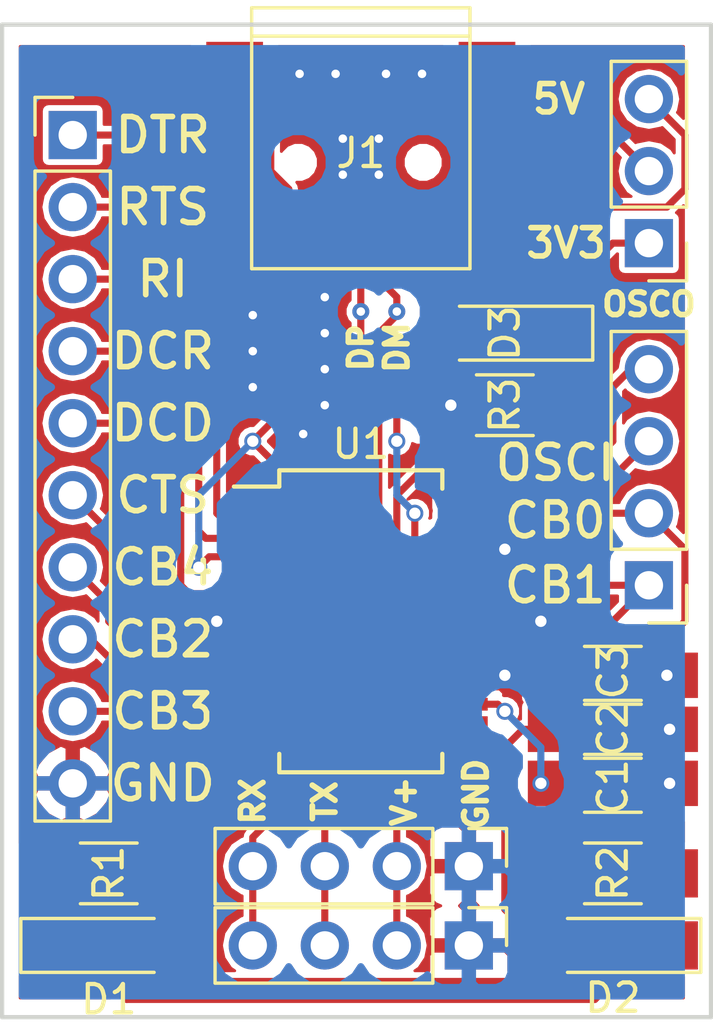
<source format=kicad_pcb>
(kicad_pcb (version 20171130) (host pcbnew 5.0.2-bee76a0~70~ubuntu18.04.1)

  (general
    (thickness 1.6)
    (drawings 26)
    (tracks 204)
    (zones 0)
    (modules 34)
    (nets 26)
  )

  (page A4)
  (layers
    (0 F.Cu signal)
    (31 B.Cu signal)
    (32 B.Adhes user)
    (33 F.Adhes user)
    (34 B.Paste user)
    (35 F.Paste user)
    (36 B.SilkS user)
    (37 F.SilkS user)
    (38 B.Mask user)
    (39 F.Mask user)
    (40 Dwgs.User user)
    (41 Cmts.User user)
    (42 Eco1.User user)
    (43 Eco2.User user)
    (44 Edge.Cuts user)
    (45 Margin user)
    (46 B.CrtYd user)
    (47 F.CrtYd user)
    (48 B.Fab user)
    (49 F.Fab user hide)
  )

  (setup
    (last_trace_width 0.25)
    (trace_clearance 0.2)
    (zone_clearance 0.1)
    (zone_45_only no)
    (trace_min 0.2)
    (segment_width 0.2)
    (edge_width 0.15)
    (via_size 0.6)
    (via_drill 0.4)
    (via_min_size 0.4)
    (via_min_drill 0.3)
    (uvia_size 0.3)
    (uvia_drill 0.1)
    (uvias_allowed no)
    (uvia_min_size 0.2)
    (uvia_min_drill 0.1)
    (pcb_text_width 0.3)
    (pcb_text_size 1.5 1.5)
    (mod_edge_width 0.15)
    (mod_text_size 1 1)
    (mod_text_width 0.15)
    (pad_size 0.6 0.6)
    (pad_drill 0.3)
    (pad_to_mask_clearance 0)
    (solder_mask_min_width 0.25)
    (aux_axis_origin 0 0)
    (visible_elements FFFEFF7F)
    (pcbplotparams
      (layerselection 0x00030_80000001)
      (usegerberextensions false)
      (usegerberattributes false)
      (usegerberadvancedattributes false)
      (creategerberjobfile false)
      (excludeedgelayer true)
      (linewidth 0.100000)
      (plotframeref false)
      (viasonmask false)
      (mode 1)
      (useauxorigin false)
      (hpglpennumber 1)
      (hpglpenspeed 20)
      (hpglpendiameter 15.000000)
      (psnegative false)
      (psa4output false)
      (plotreference true)
      (plotvalue true)
      (plotinvisibletext false)
      (padsonsilk false)
      (subtractmaskfromsilk false)
      (outputformat 1)
      (mirror false)
      (drillshape 1)
      (scaleselection 1)
      (outputdirectory ""))
  )

  (net 0 "")
  (net 1 "Net-(C1-Pad1)")
  (net 2 GND)
  (net 3 "Net-(D1-Pad1)")
  (net 4 VBUS)
  (net 5 "Net-(D2-Pad1)")
  (net 6 "Net-(D3-Pad1)")
  (net 7 "Net-(J1-Pad4)")
  (net 8 VCCIO)
  (net 9 TXD)
  (net 10 DTR)
  (net 11 RTS)
  (net 12 RXD)
  (net 13 RI)
  (net 14 DCR)
  (net 15 DCD)
  (net 16 CTS)
  (net 17 CBUS4)
  (net 18 CBUS2)
  (net 19 CBUS3)
  (net 20 OSCI)
  (net 21 OSCO)
  (net 22 CBUS1)
  (net 23 CBUS0)
  (net 24 /D-)
  (net 25 /D+)

  (net_class Default "This is the default net class."
    (clearance 0.2)
    (trace_width 0.25)
    (via_dia 0.6)
    (via_drill 0.4)
    (uvia_dia 0.3)
    (uvia_drill 0.1)
    (add_net /D+)
    (add_net /D-)
    (add_net CBUS0)
    (add_net CBUS1)
    (add_net CBUS2)
    (add_net CBUS3)
    (add_net CBUS4)
    (add_net CTS)
    (add_net DCD)
    (add_net DCR)
    (add_net DTR)
    (add_net GND)
    (add_net "Net-(C1-Pad1)")
    (add_net "Net-(D1-Pad1)")
    (add_net "Net-(D2-Pad1)")
    (add_net "Net-(D3-Pad1)")
    (add_net "Net-(J1-Pad4)")
    (add_net OSCI)
    (add_net OSCO)
    (add_net RI)
    (add_net RTS)
    (add_net RXD)
    (add_net TXD)
    (add_net VBUS)
    (add_net VCCIO)
  )

  (module rca_switch_through_hole:VIA-0.6mm (layer F.Cu) (tedit 59826E65) (tstamp 59827436)
    (at 146.939 91.186)
    (fp_text reference REF** (at 0 -1.27) (layer F.SilkS) hide
      (effects (font (size 1 1) (thickness 0.15)))
    )
    (fp_text value VIA-0.6mm (at 0 1.27) (layer F.Fab) hide
      (effects (font (size 1 1) (thickness 0.15)))
    )
    (pad 1 thru_hole circle (at 0 0) (size 0.6 0.6) (drill 0.3) (layers *.Cu)
      (net 2 GND) (zone_connect 2))
  )

  (module rca_switch_through_hole:VIA-0.6mm (layer F.Cu) (tedit 59826E65) (tstamp 59827432)
    (at 148.209 91.186)
    (fp_text reference REF** (at 0 -1.27) (layer F.SilkS) hide
      (effects (font (size 1 1) (thickness 0.15)))
    )
    (fp_text value VIA-0.6mm (at 0 1.27) (layer F.Fab) hide
      (effects (font (size 1 1) (thickness 0.15)))
    )
    (pad 1 thru_hole circle (at 0 0) (size 0.6 0.6) (drill 0.3) (layers *.Cu)
      (net 2 GND) (zone_connect 2))
  )

  (module rca_switch_through_hole:VIA-0.6mm (layer F.Cu) (tedit 59826E65) (tstamp 5982742C)
    (at 145.161 91.186)
    (fp_text reference REF** (at 0 -1.27) (layer F.SilkS) hide
      (effects (font (size 1 1) (thickness 0.15)))
    )
    (fp_text value VIA-0.6mm (at 0 1.27) (layer F.Fab) hide
      (effects (font (size 1 1) (thickness 0.15)))
    )
    (pad 1 thru_hole circle (at 0 0) (size 0.6 0.6) (drill 0.3) (layers *.Cu)
      (net 2 GND) (zone_connect 2))
  )

  (module rca_switch_through_hole:VIA-0.6mm (layer F.Cu) (tedit 59826E65) (tstamp 59827428)
    (at 143.891 91.186)
    (fp_text reference REF** (at 0 -1.27) (layer F.SilkS) hide
      (effects (font (size 1 1) (thickness 0.15)))
    )
    (fp_text value VIA-0.6mm (at 0 1.27) (layer F.Fab) hide
      (effects (font (size 1 1) (thickness 0.15)))
    )
    (pad 1 thru_hole circle (at 0 0) (size 0.6 0.6) (drill 0.3) (layers *.Cu)
      (net 2 GND) (zone_connect 2))
  )

  (module rca_switch_through_hole:VIA-0.6mm (layer F.Cu) (tedit 59826E65) (tstamp 598273FB)
    (at 145.415 93.472)
    (fp_text reference REF** (at 0 -1.27) (layer F.SilkS) hide
      (effects (font (size 1 1) (thickness 0.15)))
    )
    (fp_text value VIA-0.6mm (at 0 1.27) (layer F.Fab) hide
      (effects (font (size 1 1) (thickness 0.15)))
    )
    (pad 1 thru_hole circle (at 0 0) (size 0.6 0.6) (drill 0.3) (layers *.Cu)
      (net 2 GND) (zone_connect 2))
  )

  (module rca_switch_through_hole:VIA-0.6mm (layer F.Cu) (tedit 59826E65) (tstamp 598273F7)
    (at 146.685 93.472)
    (fp_text reference REF** (at 0 -1.27) (layer F.SilkS) hide
      (effects (font (size 1 1) (thickness 0.15)))
    )
    (fp_text value VIA-0.6mm (at 0 1.27) (layer F.Fab) hide
      (effects (font (size 1 1) (thickness 0.15)))
    )
    (pad 1 thru_hole circle (at 0 0) (size 0.6 0.6) (drill 0.3) (layers *.Cu)
      (net 2 GND) (zone_connect 2))
  )

  (module rca_switch_through_hole:VIA-0.6mm (layer F.Cu) (tedit 59826E65) (tstamp 598273E9)
    (at 146.685 94.742)
    (fp_text reference REF** (at 0 -1.27) (layer F.SilkS) hide
      (effects (font (size 1 1) (thickness 0.15)))
    )
    (fp_text value VIA-0.6mm (at 0 1.27) (layer F.Fab) hide
      (effects (font (size 1 1) (thickness 0.15)))
    )
    (pad 1 thru_hole circle (at 0 0) (size 0.6 0.6) (drill 0.3) (layers *.Cu)
      (net 2 GND) (zone_connect 2))
  )

  (module rca_switch_through_hole:VIA-0.6mm (layer F.Cu) (tedit 59826E65) (tstamp 598273D3)
    (at 145.415 94.742)
    (fp_text reference REF** (at 0 -1.27) (layer F.SilkS) hide
      (effects (font (size 1 1) (thickness 0.15)))
    )
    (fp_text value VIA-0.6mm (at 0 1.27) (layer F.Fab) hide
      (effects (font (size 1 1) (thickness 0.15)))
    )
    (pad 1 thru_hole circle (at 0 0) (size 0.6 0.6) (drill 0.3) (layers *.Cu)
      (net 2 GND) (zone_connect 2))
  )

  (module Pin_Headers:Pin_Header_Straight_1x04_Pitch2.54mm (layer F.Cu) (tedit 59827B05) (tstamp 5982721B)
    (at 149.86 119.126 270)
    (descr "Through hole straight pin header, 1x04, 2.54mm pitch, single row")
    (tags "Through hole pin header THT 1x04 2.54mm single row")
    (path /59829168)
    (fp_text reference J5 (at 0 -2.33 270) (layer F.SilkS) hide
      (effects (font (size 1 1) (thickness 0.15)))
    )
    (fp_text value CONN_01X04 (at 0 9.95 270) (layer F.Fab)
      (effects (font (size 1 1) (thickness 0.15)))
    )
    (fp_line (start -0.635 -1.27) (end 1.27 -1.27) (layer F.Fab) (width 0.1))
    (fp_line (start 1.27 -1.27) (end 1.27 8.89) (layer F.Fab) (width 0.1))
    (fp_line (start 1.27 8.89) (end -1.27 8.89) (layer F.Fab) (width 0.1))
    (fp_line (start -1.27 8.89) (end -1.27 -0.635) (layer F.Fab) (width 0.1))
    (fp_line (start -1.27 -0.635) (end -0.635 -1.27) (layer F.Fab) (width 0.1))
    (fp_line (start -1.33 8.95) (end 1.33 8.95) (layer F.SilkS) (width 0.12))
    (fp_line (start -1.33 1.27) (end -1.33 8.95) (layer F.SilkS) (width 0.12))
    (fp_line (start 1.33 1.27) (end 1.33 8.95) (layer F.SilkS) (width 0.12))
    (fp_line (start -1.33 1.27) (end 1.33 1.27) (layer F.SilkS) (width 0.12))
    (fp_line (start -1.33 0) (end -1.33 -1.33) (layer F.SilkS) (width 0.12))
    (fp_line (start -1.33 -1.33) (end 0 -1.33) (layer F.SilkS) (width 0.12))
    (fp_line (start -1.8 -1.8) (end -1.8 9.4) (layer F.CrtYd) (width 0.05))
    (fp_line (start -1.8 9.4) (end 1.8 9.4) (layer F.CrtYd) (width 0.05))
    (fp_line (start 1.8 9.4) (end 1.8 -1.8) (layer F.CrtYd) (width 0.05))
    (fp_line (start 1.8 -1.8) (end -1.8 -1.8) (layer F.CrtYd) (width 0.05))
    (fp_text user %R (at 0 3.81) (layer F.Fab)
      (effects (font (size 1 1) (thickness 0.15)))
    )
    (pad 1 thru_hole rect (at 0 0 270) (size 1.7 1.7) (drill 1) (layers *.Cu *.Mask)
      (net 2 GND))
    (pad 2 thru_hole oval (at 0 2.54 270) (size 1.7 1.7) (drill 1) (layers *.Cu *.Mask)
      (net 8 VCCIO))
    (pad 3 thru_hole oval (at 0 5.08 270) (size 1.7 1.7) (drill 1) (layers *.Cu *.Mask)
      (net 9 TXD))
    (pad 4 thru_hole oval (at 0 7.62 270) (size 1.7 1.7) (drill 1) (layers *.Cu *.Mask)
      (net 12 RXD))
    (model ${KISYS3DMOD}/Pin_Headers.3dshapes/Pin_Header_Straight_1x04_Pitch2.54mm.wrl
      (at (xyz 0 0 0))
      (scale (xyz 1 1 1))
      (rotate (xyz 0 0 0))
    )
  )

  (module rca_switch_through_hole:VIA-0.6mm (layer F.Cu) (tedit 59826E65) (tstamp 59826FA0)
    (at 144.018 103.886)
    (fp_text reference REF** (at 0 -1.27) (layer F.SilkS) hide
      (effects (font (size 1 1) (thickness 0.15)))
    )
    (fp_text value VIA-0.6mm (at 0 1.27) (layer F.Fab) hide
      (effects (font (size 1 1) (thickness 0.15)))
    )
    (pad 1 thru_hole circle (at 0 0) (size 0.6 0.6) (drill 0.3) (layers *.Cu)
      (net 2 GND) (zone_connect 2))
  )

  (module rca_switch_through_hole:VIA-0.6mm (layer F.Cu) (tedit 59826E65) (tstamp 59826F87)
    (at 144.78 102.87)
    (fp_text reference REF** (at 0 -1.27) (layer F.SilkS) hide
      (effects (font (size 1 1) (thickness 0.15)))
    )
    (fp_text value VIA-0.6mm (at 0 1.27) (layer F.Fab) hide
      (effects (font (size 1 1) (thickness 0.15)))
    )
    (pad 1 thru_hole circle (at 0 0) (size 0.6 0.6) (drill 0.3) (layers *.Cu)
      (net 2 GND) (zone_connect 2))
  )

  (module rca_switch_through_hole:VIA-0.6mm (layer F.Cu) (tedit 59826E65) (tstamp 59826F82)
    (at 144.78 101.6)
    (fp_text reference REF** (at 0 -1.27) (layer F.SilkS) hide
      (effects (font (size 1 1) (thickness 0.15)))
    )
    (fp_text value VIA-0.6mm (at 0 1.27) (layer F.Fab) hide
      (effects (font (size 1 1) (thickness 0.15)))
    )
    (pad 1 thru_hole circle (at 0 0) (size 0.6 0.6) (drill 0.3) (layers *.Cu)
      (net 2 GND) (zone_connect 2))
  )

  (module rca_switch_through_hole:VIA-0.6mm (layer F.Cu) (tedit 59826E65) (tstamp 59826F78)
    (at 144.78 100.33)
    (fp_text reference REF** (at 0 -1.27) (layer F.SilkS) hide
      (effects (font (size 1 1) (thickness 0.15)))
    )
    (fp_text value VIA-0.6mm (at 0 1.27) (layer F.Fab) hide
      (effects (font (size 1 1) (thickness 0.15)))
    )
    (pad 1 thru_hole circle (at 0 0) (size 0.6 0.6) (drill 0.3) (layers *.Cu)
      (net 2 GND) (zone_connect 2))
  )

  (module rca_switch_through_hole:VIA-0.6mm (layer F.Cu) (tedit 59826E65) (tstamp 59826F72)
    (at 144.78 99.06)
    (fp_text reference REF** (at 0 -1.27) (layer F.SilkS) hide
      (effects (font (size 1 1) (thickness 0.15)))
    )
    (fp_text value VIA-0.6mm (at 0 1.27) (layer F.Fab) hide
      (effects (font (size 1 1) (thickness 0.15)))
    )
    (pad 1 thru_hole circle (at 0 0) (size 0.6 0.6) (drill 0.3) (layers *.Cu)
      (net 2 GND) (zone_connect 2))
  )

  (module rca_switch_through_hole:VIA-0.6mm (layer F.Cu) (tedit 59826E65) (tstamp 59826F63)
    (at 142.24 102.235)
    (fp_text reference REF** (at 0 -1.27) (layer F.SilkS) hide
      (effects (font (size 1 1) (thickness 0.15)))
    )
    (fp_text value VIA-0.6mm (at 0 1.27) (layer F.Fab) hide
      (effects (font (size 1 1) (thickness 0.15)))
    )
    (pad 1 thru_hole circle (at 0 0) (size 0.6 0.6) (drill 0.3) (layers *.Cu)
      (net 2 GND) (zone_connect 2))
  )

  (module rca_switch_through_hole:VIA-0.6mm (layer F.Cu) (tedit 59826E65) (tstamp 59826F53)
    (at 142.24 99.695)
    (fp_text reference REF** (at 0 -1.27) (layer F.SilkS) hide
      (effects (font (size 1 1) (thickness 0.15)))
    )
    (fp_text value VIA-0.6mm (at 0 1.27) (layer F.Fab) hide
      (effects (font (size 1 1) (thickness 0.15)))
    )
    (pad 1 thru_hole circle (at 0 0) (size 0.6 0.6) (drill 0.3) (layers *.Cu)
      (net 2 GND) (zone_connect 2))
  )

  (module Connectors:USB_Mini-B (layer F.Cu) (tedit 5982683C) (tstamp 597D460B)
    (at 146.05 94.107 270)
    (descr "USB Mini-B 5-pin SMD connector")
    (tags "USB USB_B USB_Mini connector")
    (path /597D3345)
    (attr smd)
    (fp_text reference J1 (at -0.127 0) (layer F.SilkS)
      (effects (font (size 1 1) (thickness 0.15)))
    )
    (fp_text value USB_OTG (at -0.65 -7.1 270) (layer F.Fab)
      (effects (font (size 1 1) (thickness 0.15)))
    )
    (fp_line (start -5.5 -5.7) (end 4.2 -5.7) (layer F.CrtYd) (width 0.05))
    (fp_line (start 4.2 -5.7) (end 4.2 5.7) (layer F.CrtYd) (width 0.05))
    (fp_line (start 4.2 5.7) (end -5.5 5.7) (layer F.CrtYd) (width 0.05))
    (fp_line (start -5.5 5.7) (end -5.5 -5.7) (layer F.CrtYd) (width 0.05))
    (fp_line (start -4.25 -3.85) (end -4.25 3.85) (layer F.SilkS) (width 0.12))
    (fp_line (start -5.25 -3.85) (end -5.25 3.85) (layer F.SilkS) (width 0.12))
    (fp_line (start -5.25 3.85) (end 3.95 3.85) (layer F.SilkS) (width 0.12))
    (fp_line (start 3.95 3.85) (end 3.95 -3.85) (layer F.SilkS) (width 0.12))
    (fp_line (start 3.95 -3.85) (end -5.25 -3.85) (layer F.SilkS) (width 0.12))
    (pad 1 smd rect (at 2.8 -1.6 270) (size 2.3 0.5) (layers F.Cu F.Paste F.Mask)
      (net 4 VBUS))
    (pad 2 smd rect (at 2.8 -0.8 270) (size 2.3 0.5) (layers F.Cu F.Paste F.Mask)
      (net 24 /D-))
    (pad 3 smd rect (at 2.8 0 270) (size 2.3 0.5) (layers F.Cu F.Paste F.Mask)
      (net 25 /D+))
    (pad 4 smd rect (at 2.8 0.8 270) (size 2.3 0.5) (layers F.Cu F.Paste F.Mask)
      (net 7 "Net-(J1-Pad4)"))
    (pad 5 smd rect (at 2.8 1.6 270) (size 2.3 0.5) (layers F.Cu F.Paste F.Mask)
      (net 2 GND))
    (pad 6 smd rect (at 2.7 -4.45 270) (size 2.5 2) (layers F.Cu F.Paste F.Mask)
      (net 2 GND))
    (pad 6 smd rect (at -2.8 -4.45 270) (size 2.5 2) (layers F.Cu F.Paste F.Mask)
      (net 2 GND))
    (pad 6 smd rect (at 2.7 4.45 270) (size 2.5 2) (layers F.Cu F.Paste F.Mask)
      (net 2 GND))
    (pad 6 smd rect (at -2.8 4.45 270) (size 2.5 2) (layers F.Cu F.Paste F.Mask)
      (net 2 GND))
    (pad "" np_thru_hole circle (at 0.2 -2.2 270) (size 0.9 0.9) (drill 0.9) (layers *.Cu *.Mask))
    (pad "" np_thru_hole circle (at 0.2 2.2 270) (size 0.9 0.9) (drill 0.9) (layers *.Cu *.Mask))
  )

  (module Capacitors_SMD:C_1206_HandSoldering (layer F.Cu) (tedit 59827B35) (tstamp 597D4592)
    (at 154.94 116.205)
    (descr "Capacitor SMD 1206, hand soldering")
    (tags "capacitor 1206")
    (path /597D556D)
    (attr smd)
    (fp_text reference C1 (at 0 0.127 90) (layer F.SilkS)
      (effects (font (size 1 1) (thickness 0.15)))
    )
    (fp_text value 0.1uF (at 0 2) (layer F.Fab)
      (effects (font (size 1 1) (thickness 0.15)))
    )
    (fp_text user %R (at 0 -1.75) (layer F.Fab)
      (effects (font (size 1 1) (thickness 0.15)))
    )
    (fp_line (start -1.6 0.8) (end -1.6 -0.8) (layer F.Fab) (width 0.1))
    (fp_line (start 1.6 0.8) (end -1.6 0.8) (layer F.Fab) (width 0.1))
    (fp_line (start 1.6 -0.8) (end 1.6 0.8) (layer F.Fab) (width 0.1))
    (fp_line (start -1.6 -0.8) (end 1.6 -0.8) (layer F.Fab) (width 0.1))
    (fp_line (start 1 -1.02) (end -1 -1.02) (layer F.SilkS) (width 0.12))
    (fp_line (start -1 1.02) (end 1 1.02) (layer F.SilkS) (width 0.12))
    (fp_line (start -3.25 -1.05) (end 3.25 -1.05) (layer F.CrtYd) (width 0.05))
    (fp_line (start -3.25 -1.05) (end -3.25 1.05) (layer F.CrtYd) (width 0.05))
    (fp_line (start 3.25 1.05) (end 3.25 -1.05) (layer F.CrtYd) (width 0.05))
    (fp_line (start 3.25 1.05) (end -3.25 1.05) (layer F.CrtYd) (width 0.05))
    (pad 1 smd rect (at -2 0) (size 2 1.6) (layers F.Cu F.Paste F.Mask)
      (net 1 "Net-(C1-Pad1)"))
    (pad 2 smd rect (at 2 0) (size 2 1.6) (layers F.Cu F.Paste F.Mask)
      (net 2 GND))
    (model Capacitors_SMD.3dshapes/C_1206.wrl
      (at (xyz 0 0 0))
      (scale (xyz 1 1 1))
      (rotate (xyz 0 0 0))
    )
  )

  (module Capacitors_SMD:C_1206_HandSoldering (layer F.Cu) (tedit 59827B1E) (tstamp 597D45A3)
    (at 154.94 114.3)
    (descr "Capacitor SMD 1206, hand soldering")
    (tags "capacitor 1206")
    (path /597D4DCC)
    (attr smd)
    (fp_text reference C2 (at 0 0 90) (layer F.SilkS)
      (effects (font (size 1 1) (thickness 0.15)))
    )
    (fp_text value 0.1uF (at 0 2) (layer F.Fab)
      (effects (font (size 1 1) (thickness 0.15)))
    )
    (fp_text user %R (at 0 -1.75) (layer F.Fab)
      (effects (font (size 1 1) (thickness 0.15)))
    )
    (fp_line (start -1.6 0.8) (end -1.6 -0.8) (layer F.Fab) (width 0.1))
    (fp_line (start 1.6 0.8) (end -1.6 0.8) (layer F.Fab) (width 0.1))
    (fp_line (start 1.6 -0.8) (end 1.6 0.8) (layer F.Fab) (width 0.1))
    (fp_line (start -1.6 -0.8) (end 1.6 -0.8) (layer F.Fab) (width 0.1))
    (fp_line (start 1 -1.02) (end -1 -1.02) (layer F.SilkS) (width 0.12))
    (fp_line (start -1 1.02) (end 1 1.02) (layer F.SilkS) (width 0.12))
    (fp_line (start -3.25 -1.05) (end 3.25 -1.05) (layer F.CrtYd) (width 0.05))
    (fp_line (start -3.25 -1.05) (end -3.25 1.05) (layer F.CrtYd) (width 0.05))
    (fp_line (start 3.25 1.05) (end 3.25 -1.05) (layer F.CrtYd) (width 0.05))
    (fp_line (start 3.25 1.05) (end -3.25 1.05) (layer F.CrtYd) (width 0.05))
    (pad 1 smd rect (at -2 0) (size 2 1.6) (layers F.Cu F.Paste F.Mask)
      (net 4 VBUS))
    (pad 2 smd rect (at 2 0) (size 2 1.6) (layers F.Cu F.Paste F.Mask)
      (net 2 GND))
    (model Capacitors_SMD.3dshapes/C_1206.wrl
      (at (xyz 0 0 0))
      (scale (xyz 1 1 1))
      (rotate (xyz 0 0 0))
    )
  )

  (module Capacitors_SMD:C_1206_HandSoldering (layer F.Cu) (tedit 59827B29) (tstamp 597D45B4)
    (at 154.94 112.395)
    (descr "Capacitor SMD 1206, hand soldering")
    (tags "capacitor 1206")
    (path /597D54E5)
    (attr smd)
    (fp_text reference C3 (at 0 -0.127 90) (layer F.SilkS)
      (effects (font (size 1 1) (thickness 0.15)))
    )
    (fp_text value 4.7uF (at 0 2) (layer F.Fab)
      (effects (font (size 1 1) (thickness 0.15)))
    )
    (fp_text user %R (at 0 -1.75) (layer F.Fab)
      (effects (font (size 1 1) (thickness 0.15)))
    )
    (fp_line (start -1.6 0.8) (end -1.6 -0.8) (layer F.Fab) (width 0.1))
    (fp_line (start 1.6 0.8) (end -1.6 0.8) (layer F.Fab) (width 0.1))
    (fp_line (start 1.6 -0.8) (end 1.6 0.8) (layer F.Fab) (width 0.1))
    (fp_line (start -1.6 -0.8) (end 1.6 -0.8) (layer F.Fab) (width 0.1))
    (fp_line (start 1 -1.02) (end -1 -1.02) (layer F.SilkS) (width 0.12))
    (fp_line (start -1 1.02) (end 1 1.02) (layer F.SilkS) (width 0.12))
    (fp_line (start -3.25 -1.05) (end 3.25 -1.05) (layer F.CrtYd) (width 0.05))
    (fp_line (start -3.25 -1.05) (end -3.25 1.05) (layer F.CrtYd) (width 0.05))
    (fp_line (start 3.25 1.05) (end 3.25 -1.05) (layer F.CrtYd) (width 0.05))
    (fp_line (start 3.25 1.05) (end -3.25 1.05) (layer F.CrtYd) (width 0.05))
    (pad 1 smd rect (at -2 0) (size 2 1.6) (layers F.Cu F.Paste F.Mask)
      (net 4 VBUS))
    (pad 2 smd rect (at 2 0) (size 2 1.6) (layers F.Cu F.Paste F.Mask)
      (net 2 GND))
    (model Capacitors_SMD.3dshapes/C_1206.wrl
      (at (xyz 0 0 0))
      (scale (xyz 1 1 1))
      (rotate (xyz 0 0 0))
    )
  )

  (module LEDs:LED_1206_HandSoldering (layer F.Cu) (tedit 59826A31) (tstamp 597D45C9)
    (at 137.16 121.92)
    (descr "LED SMD 1206, hand soldering")
    (tags "LED 1206")
    (path /597D35B4)
    (attr smd)
    (fp_text reference D1 (at 0 1.905) (layer F.SilkS)
      (effects (font (size 1 1) (thickness 0.15)))
    )
    (fp_text value LED (at 0 1.9) (layer F.Fab)
      (effects (font (size 1 1) (thickness 0.15)))
    )
    (fp_line (start -3.1 -0.95) (end -3.1 0.95) (layer F.SilkS) (width 0.12))
    (fp_line (start -0.4 0) (end 0.2 -0.4) (layer F.Fab) (width 0.1))
    (fp_line (start 0.2 -0.4) (end 0.2 0.4) (layer F.Fab) (width 0.1))
    (fp_line (start 0.2 0.4) (end -0.4 0) (layer F.Fab) (width 0.1))
    (fp_line (start -0.45 -0.4) (end -0.45 0.4) (layer F.Fab) (width 0.1))
    (fp_line (start -1.6 0.8) (end -1.6 -0.8) (layer F.Fab) (width 0.1))
    (fp_line (start 1.6 0.8) (end -1.6 0.8) (layer F.Fab) (width 0.1))
    (fp_line (start 1.6 -0.8) (end 1.6 0.8) (layer F.Fab) (width 0.1))
    (fp_line (start -1.6 -0.8) (end 1.6 -0.8) (layer F.Fab) (width 0.1))
    (fp_line (start -3.1 0.95) (end 1.6 0.95) (layer F.SilkS) (width 0.12))
    (fp_line (start -3.1 -0.95) (end 1.6 -0.95) (layer F.SilkS) (width 0.12))
    (fp_line (start -3.25 -1.11) (end 3.25 -1.11) (layer F.CrtYd) (width 0.05))
    (fp_line (start -3.25 -1.11) (end -3.25 1.1) (layer F.CrtYd) (width 0.05))
    (fp_line (start 3.25 1.1) (end 3.25 -1.11) (layer F.CrtYd) (width 0.05))
    (fp_line (start 3.25 1.1) (end -3.25 1.1) (layer F.CrtYd) (width 0.05))
    (pad 1 smd rect (at -2 0) (size 2 1.7) (layers F.Cu F.Paste F.Mask)
      (net 3 "Net-(D1-Pad1)"))
    (pad 2 smd rect (at 2 0) (size 2 1.7) (layers F.Cu F.Paste F.Mask)
      (net 4 VBUS))
    (model ${KISYS3DMOD}/LEDs.3dshapes/LED_1206.wrl
      (at (xyz 0 0 0))
      (scale (xyz 1 1 1))
      (rotate (xyz 0 0 180))
    )
  )

  (module LEDs:LED_1206_HandSoldering (layer F.Cu) (tedit 595FC724) (tstamp 597D45DE)
    (at 154.94 121.92 180)
    (descr "LED SMD 1206, hand soldering")
    (tags "LED 1206")
    (path /597D357D)
    (attr smd)
    (fp_text reference D2 (at 0 -1.85 180) (layer F.SilkS)
      (effects (font (size 1 1) (thickness 0.15)))
    )
    (fp_text value LED (at 0 1.9 180) (layer F.Fab)
      (effects (font (size 1 1) (thickness 0.15)))
    )
    (fp_line (start -3.1 -0.95) (end -3.1 0.95) (layer F.SilkS) (width 0.12))
    (fp_line (start -0.4 0) (end 0.2 -0.4) (layer F.Fab) (width 0.1))
    (fp_line (start 0.2 -0.4) (end 0.2 0.4) (layer F.Fab) (width 0.1))
    (fp_line (start 0.2 0.4) (end -0.4 0) (layer F.Fab) (width 0.1))
    (fp_line (start -0.45 -0.4) (end -0.45 0.4) (layer F.Fab) (width 0.1))
    (fp_line (start -1.6 0.8) (end -1.6 -0.8) (layer F.Fab) (width 0.1))
    (fp_line (start 1.6 0.8) (end -1.6 0.8) (layer F.Fab) (width 0.1))
    (fp_line (start 1.6 -0.8) (end 1.6 0.8) (layer F.Fab) (width 0.1))
    (fp_line (start -1.6 -0.8) (end 1.6 -0.8) (layer F.Fab) (width 0.1))
    (fp_line (start -3.1 0.95) (end 1.6 0.95) (layer F.SilkS) (width 0.12))
    (fp_line (start -3.1 -0.95) (end 1.6 -0.95) (layer F.SilkS) (width 0.12))
    (fp_line (start -3.25 -1.11) (end 3.25 -1.11) (layer F.CrtYd) (width 0.05))
    (fp_line (start -3.25 -1.11) (end -3.25 1.1) (layer F.CrtYd) (width 0.05))
    (fp_line (start 3.25 1.1) (end 3.25 -1.11) (layer F.CrtYd) (width 0.05))
    (fp_line (start 3.25 1.1) (end -3.25 1.1) (layer F.CrtYd) (width 0.05))
    (pad 1 smd rect (at -2 0 180) (size 2 1.7) (layers F.Cu F.Paste F.Mask)
      (net 5 "Net-(D2-Pad1)"))
    (pad 2 smd rect (at 2 0 180) (size 2 1.7) (layers F.Cu F.Paste F.Mask)
      (net 4 VBUS))
    (model ${KISYS3DMOD}/LEDs.3dshapes/LED_1206.wrl
      (at (xyz 0 0 0))
      (scale (xyz 1 1 1))
      (rotate (xyz 0 0 180))
    )
  )

  (module LEDs:LED_1206_HandSoldering (layer F.Cu) (tedit 598278CA) (tstamp 597D45F3)
    (at 151.13 100.33 180)
    (descr "LED SMD 1206, hand soldering")
    (tags "LED 1206")
    (path /597D340D)
    (attr smd)
    (fp_text reference D3 (at 0 0 270) (layer F.SilkS)
      (effects (font (size 1 1) (thickness 0.15)))
    )
    (fp_text value LED (at 0 1.9 180) (layer F.Fab)
      (effects (font (size 1 1) (thickness 0.15)))
    )
    (fp_line (start -3.1 -0.95) (end -3.1 0.95) (layer F.SilkS) (width 0.12))
    (fp_line (start -0.4 0) (end 0.2 -0.4) (layer F.Fab) (width 0.1))
    (fp_line (start 0.2 -0.4) (end 0.2 0.4) (layer F.Fab) (width 0.1))
    (fp_line (start 0.2 0.4) (end -0.4 0) (layer F.Fab) (width 0.1))
    (fp_line (start -0.45 -0.4) (end -0.45 0.4) (layer F.Fab) (width 0.1))
    (fp_line (start -1.6 0.8) (end -1.6 -0.8) (layer F.Fab) (width 0.1))
    (fp_line (start 1.6 0.8) (end -1.6 0.8) (layer F.Fab) (width 0.1))
    (fp_line (start 1.6 -0.8) (end 1.6 0.8) (layer F.Fab) (width 0.1))
    (fp_line (start -1.6 -0.8) (end 1.6 -0.8) (layer F.Fab) (width 0.1))
    (fp_line (start -3.1 0.95) (end 1.6 0.95) (layer F.SilkS) (width 0.12))
    (fp_line (start -3.1 -0.95) (end 1.6 -0.95) (layer F.SilkS) (width 0.12))
    (fp_line (start -3.25 -1.11) (end 3.25 -1.11) (layer F.CrtYd) (width 0.05))
    (fp_line (start -3.25 -1.11) (end -3.25 1.1) (layer F.CrtYd) (width 0.05))
    (fp_line (start 3.25 1.1) (end 3.25 -1.11) (layer F.CrtYd) (width 0.05))
    (fp_line (start 3.25 1.1) (end -3.25 1.1) (layer F.CrtYd) (width 0.05))
    (pad 1 smd rect (at -2 0 180) (size 2 1.7) (layers F.Cu F.Paste F.Mask)
      (net 6 "Net-(D3-Pad1)"))
    (pad 2 smd rect (at 2 0 180) (size 2 1.7) (layers F.Cu F.Paste F.Mask)
      (net 4 VBUS))
    (model ${KISYS3DMOD}/LEDs.3dshapes/LED_1206.wrl
      (at (xyz 0 0 0))
      (scale (xyz 1 1 1))
      (rotate (xyz 0 0 180))
    )
  )

  (module Pin_Headers:Pin_Header_Straight_1x03_Pitch2.54mm (layer F.Cu) (tedit 59827B3D) (tstamp 597D4656)
    (at 156.21 97.155 180)
    (descr "Through hole straight pin header, 1x03, 2.54mm pitch, single row")
    (tags "Through hole pin header THT 1x03 2.54mm single row")
    (path /597D499B)
    (fp_text reference JP1 (at 0 -2.33 180) (layer F.SilkS) hide
      (effects (font (size 1 1) (thickness 0.15)))
    )
    (fp_text value Jumper_NC_Dual (at 0 7.41 180) (layer F.Fab)
      (effects (font (size 1 1) (thickness 0.15)))
    )
    (fp_line (start -0.635 -1.27) (end 1.27 -1.27) (layer F.Fab) (width 0.1))
    (fp_line (start 1.27 -1.27) (end 1.27 6.35) (layer F.Fab) (width 0.1))
    (fp_line (start 1.27 6.35) (end -1.27 6.35) (layer F.Fab) (width 0.1))
    (fp_line (start -1.27 6.35) (end -1.27 -0.635) (layer F.Fab) (width 0.1))
    (fp_line (start -1.27 -0.635) (end -0.635 -1.27) (layer F.Fab) (width 0.1))
    (fp_line (start -1.33 6.41) (end 1.33 6.41) (layer F.SilkS) (width 0.12))
    (fp_line (start -1.33 1.27) (end -1.33 6.41) (layer F.SilkS) (width 0.12))
    (fp_line (start 1.33 1.27) (end 1.33 6.41) (layer F.SilkS) (width 0.12))
    (fp_line (start -1.33 1.27) (end 1.33 1.27) (layer F.SilkS) (width 0.12))
    (fp_line (start -1.33 0) (end -1.33 -1.33) (layer F.SilkS) (width 0.12))
    (fp_line (start -1.33 -1.33) (end 0 -1.33) (layer F.SilkS) (width 0.12))
    (fp_line (start -1.8 -1.8) (end -1.8 6.85) (layer F.CrtYd) (width 0.05))
    (fp_line (start -1.8 6.85) (end 1.8 6.85) (layer F.CrtYd) (width 0.05))
    (fp_line (start 1.8 6.85) (end 1.8 -1.8) (layer F.CrtYd) (width 0.05))
    (fp_line (start 1.8 -1.8) (end -1.8 -1.8) (layer F.CrtYd) (width 0.05))
    (fp_text user %R (at 0 2.54 270) (layer F.Fab)
      (effects (font (size 1 1) (thickness 0.15)))
    )
    (pad 1 thru_hole rect (at 0 0 180) (size 1.7 1.7) (drill 1) (layers *.Cu *.Mask)
      (net 1 "Net-(C1-Pad1)"))
    (pad 2 thru_hole oval (at 0 2.54 180) (size 1.7 1.7) (drill 1) (layers *.Cu *.Mask)
      (net 8 VCCIO))
    (pad 3 thru_hole oval (at 0 5.08 180) (size 1.7 1.7) (drill 1) (layers *.Cu *.Mask)
      (net 4 VBUS))
    (model ${KISYS3DMOD}/Pin_Headers.3dshapes/Pin_Header_Straight_1x03_Pitch2.54mm.wrl
      (at (xyz 0 0 0))
      (scale (xyz 1 1 1))
      (rotate (xyz 0 0 0))
    )
  )

  (module Resistors_SMD:R_1206_HandSoldering (layer F.Cu) (tedit 598279EE) (tstamp 597D4667)
    (at 137.16 119.38 180)
    (descr "Resistor SMD 1206, hand soldering")
    (tags "resistor 1206")
    (path /597D36DD)
    (attr smd)
    (fp_text reference R1 (at 0 0 270) (layer F.SilkS)
      (effects (font (size 1 1) (thickness 0.15)))
    )
    (fp_text value 330 (at 0 1.9 180) (layer F.Fab)
      (effects (font (size 1 1) (thickness 0.15)))
    )
    (fp_text user %R (at 0 0 180) (layer F.Fab)
      (effects (font (size 0.7 0.7) (thickness 0.105)))
    )
    (fp_line (start -1.6 0.8) (end -1.6 -0.8) (layer F.Fab) (width 0.1))
    (fp_line (start 1.6 0.8) (end -1.6 0.8) (layer F.Fab) (width 0.1))
    (fp_line (start 1.6 -0.8) (end 1.6 0.8) (layer F.Fab) (width 0.1))
    (fp_line (start -1.6 -0.8) (end 1.6 -0.8) (layer F.Fab) (width 0.1))
    (fp_line (start 1 1.07) (end -1 1.07) (layer F.SilkS) (width 0.12))
    (fp_line (start -1 -1.07) (end 1 -1.07) (layer F.SilkS) (width 0.12))
    (fp_line (start -3.25 -1.11) (end 3.25 -1.11) (layer F.CrtYd) (width 0.05))
    (fp_line (start -3.25 -1.11) (end -3.25 1.1) (layer F.CrtYd) (width 0.05))
    (fp_line (start 3.25 1.1) (end 3.25 -1.11) (layer F.CrtYd) (width 0.05))
    (fp_line (start 3.25 1.1) (end -3.25 1.1) (layer F.CrtYd) (width 0.05))
    (pad 1 smd rect (at -2 0 180) (size 2 1.7) (layers F.Cu F.Paste F.Mask)
      (net 23 CBUS0))
    (pad 2 smd rect (at 2 0 180) (size 2 1.7) (layers F.Cu F.Paste F.Mask)
      (net 3 "Net-(D1-Pad1)"))
    (model ${KISYS3DMOD}/Resistors_SMD.3dshapes/R_1206.wrl
      (at (xyz 0 0 0))
      (scale (xyz 1 1 1))
      (rotate (xyz 0 0 0))
    )
  )

  (module Resistors_SMD:R_1206_HandSoldering (layer F.Cu) (tedit 598279F4) (tstamp 597D4678)
    (at 154.94 119.38)
    (descr "Resistor SMD 1206, hand soldering")
    (tags "resistor 1206")
    (path /597D36AB)
    (attr smd)
    (fp_text reference R2 (at 0 0 90) (layer F.SilkS)
      (effects (font (size 1 1) (thickness 0.15)))
    )
    (fp_text value 330 (at 0 1.9) (layer F.Fab)
      (effects (font (size 1 1) (thickness 0.15)))
    )
    (fp_text user %R (at 0 0) (layer F.Fab)
      (effects (font (size 0.7 0.7) (thickness 0.105)))
    )
    (fp_line (start -1.6 0.8) (end -1.6 -0.8) (layer F.Fab) (width 0.1))
    (fp_line (start 1.6 0.8) (end -1.6 0.8) (layer F.Fab) (width 0.1))
    (fp_line (start 1.6 -0.8) (end 1.6 0.8) (layer F.Fab) (width 0.1))
    (fp_line (start -1.6 -0.8) (end 1.6 -0.8) (layer F.Fab) (width 0.1))
    (fp_line (start 1 1.07) (end -1 1.07) (layer F.SilkS) (width 0.12))
    (fp_line (start -1 -1.07) (end 1 -1.07) (layer F.SilkS) (width 0.12))
    (fp_line (start -3.25 -1.11) (end 3.25 -1.11) (layer F.CrtYd) (width 0.05))
    (fp_line (start -3.25 -1.11) (end -3.25 1.1) (layer F.CrtYd) (width 0.05))
    (fp_line (start 3.25 1.1) (end 3.25 -1.11) (layer F.CrtYd) (width 0.05))
    (fp_line (start 3.25 1.1) (end -3.25 1.1) (layer F.CrtYd) (width 0.05))
    (pad 1 smd rect (at -2 0) (size 2 1.7) (layers F.Cu F.Paste F.Mask)
      (net 22 CBUS1))
    (pad 2 smd rect (at 2 0) (size 2 1.7) (layers F.Cu F.Paste F.Mask)
      (net 5 "Net-(D2-Pad1)"))
    (model ${KISYS3DMOD}/Resistors_SMD.3dshapes/R_1206.wrl
      (at (xyz 0 0 0))
      (scale (xyz 1 1 1))
      (rotate (xyz 0 0 0))
    )
  )

  (module Resistors_SMD:R_1206_HandSoldering (layer F.Cu) (tedit 598278C6) (tstamp 597D4689)
    (at 151.13 102.87)
    (descr "Resistor SMD 1206, hand soldering")
    (tags "resistor 1206")
    (path /597D3602)
    (attr smd)
    (fp_text reference R3 (at 0 0 90) (layer F.SilkS)
      (effects (font (size 1 1) (thickness 0.15)))
    )
    (fp_text value R (at 0 1.9) (layer F.Fab)
      (effects (font (size 1 1) (thickness 0.15)))
    )
    (fp_text user %R (at 0 0) (layer F.Fab)
      (effects (font (size 0.7 0.7) (thickness 0.105)))
    )
    (fp_line (start -1.6 0.8) (end -1.6 -0.8) (layer F.Fab) (width 0.1))
    (fp_line (start 1.6 0.8) (end -1.6 0.8) (layer F.Fab) (width 0.1))
    (fp_line (start 1.6 -0.8) (end 1.6 0.8) (layer F.Fab) (width 0.1))
    (fp_line (start -1.6 -0.8) (end 1.6 -0.8) (layer F.Fab) (width 0.1))
    (fp_line (start 1 1.07) (end -1 1.07) (layer F.SilkS) (width 0.12))
    (fp_line (start -1 -1.07) (end 1 -1.07) (layer F.SilkS) (width 0.12))
    (fp_line (start -3.25 -1.11) (end 3.25 -1.11) (layer F.CrtYd) (width 0.05))
    (fp_line (start -3.25 -1.11) (end -3.25 1.1) (layer F.CrtYd) (width 0.05))
    (fp_line (start 3.25 1.1) (end 3.25 -1.11) (layer F.CrtYd) (width 0.05))
    (fp_line (start 3.25 1.1) (end -3.25 1.1) (layer F.CrtYd) (width 0.05))
    (pad 1 smd rect (at -2 0) (size 2 1.7) (layers F.Cu F.Paste F.Mask)
      (net 2 GND))
    (pad 2 smd rect (at 2 0) (size 2 1.7) (layers F.Cu F.Paste F.Mask)
      (net 6 "Net-(D3-Pad1)"))
    (model ${KISYS3DMOD}/Resistors_SMD.3dshapes/R_1206.wrl
      (at (xyz 0 0 0))
      (scale (xyz 1 1 1))
      (rotate (xyz 0 0 0))
    )
  )

  (module Housings_SSOP:SSOP-28_5.3x10.2mm_Pitch0.65mm (layer F.Cu) (tedit 54130A77) (tstamp 597D477B)
    (at 146.05 110.49)
    (descr "28-Lead Plastic Shrink Small Outline (SS)-5.30 mm Body [SSOP] (see Microchip Packaging Specification 00000049BS.pdf)")
    (tags "SSOP 0.65")
    (path /597D32EC)
    (attr smd)
    (fp_text reference U1 (at 0 -6.25) (layer F.SilkS)
      (effects (font (size 1 1) (thickness 0.15)))
    )
    (fp_text value FT232RL (at 0 6.25) (layer F.Fab)
      (effects (font (size 1 1) (thickness 0.15)))
    )
    (fp_line (start -1.65 -5.1) (end 2.65 -5.1) (layer F.Fab) (width 0.15))
    (fp_line (start 2.65 -5.1) (end 2.65 5.1) (layer F.Fab) (width 0.15))
    (fp_line (start 2.65 5.1) (end -2.65 5.1) (layer F.Fab) (width 0.15))
    (fp_line (start -2.65 5.1) (end -2.65 -4.1) (layer F.Fab) (width 0.15))
    (fp_line (start -2.65 -4.1) (end -1.65 -5.1) (layer F.Fab) (width 0.15))
    (fp_line (start -4.75 -5.5) (end -4.75 5.5) (layer F.CrtYd) (width 0.05))
    (fp_line (start 4.75 -5.5) (end 4.75 5.5) (layer F.CrtYd) (width 0.05))
    (fp_line (start -4.75 -5.5) (end 4.75 -5.5) (layer F.CrtYd) (width 0.05))
    (fp_line (start -4.75 5.5) (end 4.75 5.5) (layer F.CrtYd) (width 0.05))
    (fp_line (start -2.875 -5.325) (end -2.875 -4.75) (layer F.SilkS) (width 0.15))
    (fp_line (start 2.875 -5.325) (end 2.875 -4.675) (layer F.SilkS) (width 0.15))
    (fp_line (start 2.875 5.325) (end 2.875 4.675) (layer F.SilkS) (width 0.15))
    (fp_line (start -2.875 5.325) (end -2.875 4.675) (layer F.SilkS) (width 0.15))
    (fp_line (start -2.875 -5.325) (end 2.875 -5.325) (layer F.SilkS) (width 0.15))
    (fp_line (start -2.875 5.325) (end 2.875 5.325) (layer F.SilkS) (width 0.15))
    (fp_line (start -2.875 -4.75) (end -4.475 -4.75) (layer F.SilkS) (width 0.15))
    (fp_text user %R (at 0 0) (layer F.Fab)
      (effects (font (size 0.8 0.8) (thickness 0.15)))
    )
    (pad 1 smd rect (at -3.6 -4.225) (size 1.75 0.45) (layers F.Cu F.Paste F.Mask)
      (net 9 TXD))
    (pad 2 smd rect (at -3.6 -3.575) (size 1.75 0.45) (layers F.Cu F.Paste F.Mask)
      (net 10 DTR))
    (pad 3 smd rect (at -3.6 -2.925) (size 1.75 0.45) (layers F.Cu F.Paste F.Mask)
      (net 11 RTS))
    (pad 4 smd rect (at -3.6 -2.275) (size 1.75 0.45) (layers F.Cu F.Paste F.Mask)
      (net 8 VCCIO))
    (pad 5 smd rect (at -3.6 -1.625) (size 1.75 0.45) (layers F.Cu F.Paste F.Mask)
      (net 12 RXD))
    (pad 6 smd rect (at -3.6 -0.975) (size 1.75 0.45) (layers F.Cu F.Paste F.Mask)
      (net 13 RI))
    (pad 7 smd rect (at -3.6 -0.325) (size 1.75 0.45) (layers F.Cu F.Paste F.Mask)
      (net 2 GND))
    (pad 8 smd rect (at -3.6 0.325) (size 1.75 0.45) (layers F.Cu F.Paste F.Mask))
    (pad 9 smd rect (at -3.6 0.975) (size 1.75 0.45) (layers F.Cu F.Paste F.Mask)
      (net 14 DCR))
    (pad 10 smd rect (at -3.6 1.625) (size 1.75 0.45) (layers F.Cu F.Paste F.Mask)
      (net 15 DCD))
    (pad 11 smd rect (at -3.6 2.275) (size 1.75 0.45) (layers F.Cu F.Paste F.Mask)
      (net 16 CTS))
    (pad 12 smd rect (at -3.6 2.925) (size 1.75 0.45) (layers F.Cu F.Paste F.Mask)
      (net 17 CBUS4))
    (pad 13 smd rect (at -3.6 3.575) (size 1.75 0.45) (layers F.Cu F.Paste F.Mask)
      (net 18 CBUS2))
    (pad 14 smd rect (at -3.6 4.225) (size 1.75 0.45) (layers F.Cu F.Paste F.Mask)
      (net 19 CBUS3))
    (pad 15 smd rect (at 3.6 4.225) (size 1.75 0.45) (layers F.Cu F.Paste F.Mask)
      (net 25 /D+))
    (pad 16 smd rect (at 3.6 3.575) (size 1.75 0.45) (layers F.Cu F.Paste F.Mask)
      (net 24 /D-))
    (pad 17 smd rect (at 3.6 2.925) (size 1.75 0.45) (layers F.Cu F.Paste F.Mask)
      (net 1 "Net-(C1-Pad1)"))
    (pad 18 smd rect (at 3.6 2.275) (size 1.75 0.45) (layers F.Cu F.Paste F.Mask)
      (net 2 GND))
    (pad 19 smd rect (at 3.6 1.625) (size 1.75 0.45) (layers F.Cu F.Paste F.Mask)
      (net 4 VBUS))
    (pad 20 smd rect (at 3.6 0.975) (size 1.75 0.45) (layers F.Cu F.Paste F.Mask)
      (net 4 VBUS))
    (pad 21 smd rect (at 3.6 0.325) (size 1.75 0.45) (layers F.Cu F.Paste F.Mask)
      (net 2 GND))
    (pad 22 smd rect (at 3.6 -0.325) (size 1.75 0.45) (layers F.Cu F.Paste F.Mask)
      (net 22 CBUS1))
    (pad 23 smd rect (at 3.6 -0.975) (size 1.75 0.45) (layers F.Cu F.Paste F.Mask)
      (net 23 CBUS0))
    (pad 24 smd rect (at 3.6 -1.625) (size 1.75 0.45) (layers F.Cu F.Paste F.Mask))
    (pad 25 smd rect (at 3.6 -2.275) (size 1.75 0.45) (layers F.Cu F.Paste F.Mask)
      (net 2 GND))
    (pad 26 smd rect (at 3.6 -2.925) (size 1.75 0.45) (layers F.Cu F.Paste F.Mask)
      (net 2 GND))
    (pad 27 smd rect (at 3.6 -3.575) (size 1.75 0.45) (layers F.Cu F.Paste F.Mask)
      (net 20 OSCI))
    (pad 28 smd rect (at 3.6 -4.225) (size 1.75 0.45) (layers F.Cu F.Paste F.Mask)
      (net 21 OSCO))
    (model ${KISYS3DMOD}/Housings_SSOP.3dshapes/SSOP-28_5.3x10.2mm_Pitch0.65mm.wrl
      (at (xyz 0 0 0))
      (scale (xyz 1 1 1))
      (rotate (xyz 0 0 0))
    )
  )

  (module Pin_Headers:Pin_Header_Straight_1x04_Pitch2.54mm (layer F.Cu) (tedit 59827AFE) (tstamp 597D490E)
    (at 149.86 121.92 270)
    (descr "Through hole straight pin header, 1x04, 2.54mm pitch, single row")
    (tags "Through hole pin header THT 1x04 2.54mm single row")
    (path /597D33A0)
    (fp_text reference J2 (at -3.175 3.81) (layer F.SilkS) hide
      (effects (font (size 1 1) (thickness 0.15)))
    )
    (fp_text value CONN_01X04 (at 0 9.95 270) (layer F.Fab)
      (effects (font (size 1 1) (thickness 0.15)))
    )
    (fp_line (start -0.635 -1.27) (end 1.27 -1.27) (layer F.Fab) (width 0.1))
    (fp_line (start 1.27 -1.27) (end 1.27 8.89) (layer F.Fab) (width 0.1))
    (fp_line (start 1.27 8.89) (end -1.27 8.89) (layer F.Fab) (width 0.1))
    (fp_line (start -1.27 8.89) (end -1.27 -0.635) (layer F.Fab) (width 0.1))
    (fp_line (start -1.27 -0.635) (end -0.635 -1.27) (layer F.Fab) (width 0.1))
    (fp_line (start -1.33 8.95) (end 1.33 8.95) (layer F.SilkS) (width 0.12))
    (fp_line (start -1.33 1.27) (end -1.33 8.95) (layer F.SilkS) (width 0.12))
    (fp_line (start 1.33 1.27) (end 1.33 8.95) (layer F.SilkS) (width 0.12))
    (fp_line (start -1.33 1.27) (end 1.33 1.27) (layer F.SilkS) (width 0.12))
    (fp_line (start -1.33 0) (end -1.33 -1.33) (layer F.SilkS) (width 0.12))
    (fp_line (start -1.33 -1.33) (end 0 -1.33) (layer F.SilkS) (width 0.12))
    (fp_line (start -1.8 -1.8) (end -1.8 9.4) (layer F.CrtYd) (width 0.05))
    (fp_line (start -1.8 9.4) (end 1.8 9.4) (layer F.CrtYd) (width 0.05))
    (fp_line (start 1.8 9.4) (end 1.8 -1.8) (layer F.CrtYd) (width 0.05))
    (fp_line (start 1.8 -1.8) (end -1.8 -1.8) (layer F.CrtYd) (width 0.05))
    (fp_text user %R (at 0 3.81) (layer F.Fab)
      (effects (font (size 1 1) (thickness 0.15)))
    )
    (pad 1 thru_hole rect (at 0 0 270) (size 1.7 1.7) (drill 1) (layers *.Cu *.Mask)
      (net 2 GND))
    (pad 2 thru_hole oval (at 0 2.54 270) (size 1.7 1.7) (drill 1) (layers *.Cu *.Mask)
      (net 8 VCCIO))
    (pad 3 thru_hole oval (at 0 5.08 270) (size 1.7 1.7) (drill 1) (layers *.Cu *.Mask)
      (net 9 TXD))
    (pad 4 thru_hole oval (at 0 7.62 270) (size 1.7 1.7) (drill 1) (layers *.Cu *.Mask)
      (net 12 RXD))
    (model ${KISYS3DMOD}/Pin_Headers.3dshapes/Pin_Header_Straight_1x04_Pitch2.54mm.wrl
      (at (xyz 0 0 0))
      (scale (xyz 1 1 1))
      (rotate (xyz 0 0 0))
    )
  )

  (module Pin_Headers:Pin_Header_Straight_1x04_Pitch2.54mm (layer F.Cu) (tedit 59827B2F) (tstamp 59826108)
    (at 156.21 109.22 180)
    (descr "Through hole straight pin header, 1x04, 2.54mm pitch, single row")
    (tags "Through hole pin header THT 1x04 2.54mm single row")
    (path /59827580)
    (fp_text reference J4 (at 0 -2.33 180) (layer F.SilkS) hide
      (effects (font (size 1 1) (thickness 0.15)))
    )
    (fp_text value CONN_01X04 (at 0 9.95 180) (layer F.Fab)
      (effects (font (size 1 1) (thickness 0.15)))
    )
    (fp_line (start -0.635 -1.27) (end 1.27 -1.27) (layer F.Fab) (width 0.1))
    (fp_line (start 1.27 -1.27) (end 1.27 8.89) (layer F.Fab) (width 0.1))
    (fp_line (start 1.27 8.89) (end -1.27 8.89) (layer F.Fab) (width 0.1))
    (fp_line (start -1.27 8.89) (end -1.27 -0.635) (layer F.Fab) (width 0.1))
    (fp_line (start -1.27 -0.635) (end -0.635 -1.27) (layer F.Fab) (width 0.1))
    (fp_line (start -1.33 8.95) (end 1.33 8.95) (layer F.SilkS) (width 0.12))
    (fp_line (start -1.33 1.27) (end -1.33 8.95) (layer F.SilkS) (width 0.12))
    (fp_line (start 1.33 1.27) (end 1.33 8.95) (layer F.SilkS) (width 0.12))
    (fp_line (start -1.33 1.27) (end 1.33 1.27) (layer F.SilkS) (width 0.12))
    (fp_line (start -1.33 0) (end -1.33 -1.33) (layer F.SilkS) (width 0.12))
    (fp_line (start -1.33 -1.33) (end 0 -1.33) (layer F.SilkS) (width 0.12))
    (fp_line (start -1.8 -1.8) (end -1.8 9.4) (layer F.CrtYd) (width 0.05))
    (fp_line (start -1.8 9.4) (end 1.8 9.4) (layer F.CrtYd) (width 0.05))
    (fp_line (start 1.8 9.4) (end 1.8 -1.8) (layer F.CrtYd) (width 0.05))
    (fp_line (start 1.8 -1.8) (end -1.8 -1.8) (layer F.CrtYd) (width 0.05))
    (fp_text user %R (at 0 3.81 270) (layer F.Fab)
      (effects (font (size 1 1) (thickness 0.15)))
    )
    (pad 1 thru_hole rect (at 0 0 180) (size 1.7 1.7) (drill 1) (layers *.Cu *.Mask)
      (net 22 CBUS1))
    (pad 2 thru_hole oval (at 0 2.54 180) (size 1.7 1.7) (drill 1) (layers *.Cu *.Mask)
      (net 23 CBUS0))
    (pad 3 thru_hole oval (at 0 5.08 180) (size 1.7 1.7) (drill 1) (layers *.Cu *.Mask)
      (net 20 OSCI))
    (pad 4 thru_hole oval (at 0 7.62 180) (size 1.7 1.7) (drill 1) (layers *.Cu *.Mask)
      (net 21 OSCO))
    (model ${KISYS3DMOD}/Pin_Headers.3dshapes/Pin_Header_Straight_1x04_Pitch2.54mm.wrl
      (at (xyz 0 0 0))
      (scale (xyz 1 1 1))
      (rotate (xyz 0 0 0))
    )
  )

  (module Pin_Headers:Pin_Header_Straight_1x10_Pitch2.54mm (layer F.Cu) (tedit 59827B43) (tstamp 5982655B)
    (at 135.89 93.345)
    (descr "Through hole straight pin header, 1x10, 2.54mm pitch, single row")
    (tags "Through hole pin header THT 1x10 2.54mm single row")
    (path /59827D5D)
    (fp_text reference J3 (at 0 -2.33) (layer F.SilkS) hide
      (effects (font (size 1 1) (thickness 0.15)))
    )
    (fp_text value CONN_01X10 (at 0 25.19) (layer F.Fab)
      (effects (font (size 1 1) (thickness 0.15)))
    )
    (fp_line (start -0.635 -1.27) (end 1.27 -1.27) (layer F.Fab) (width 0.1))
    (fp_line (start 1.27 -1.27) (end 1.27 24.13) (layer F.Fab) (width 0.1))
    (fp_line (start 1.27 24.13) (end -1.27 24.13) (layer F.Fab) (width 0.1))
    (fp_line (start -1.27 24.13) (end -1.27 -0.635) (layer F.Fab) (width 0.1))
    (fp_line (start -1.27 -0.635) (end -0.635 -1.27) (layer F.Fab) (width 0.1))
    (fp_line (start -1.33 24.19) (end 1.33 24.19) (layer F.SilkS) (width 0.12))
    (fp_line (start -1.33 1.27) (end -1.33 24.19) (layer F.SilkS) (width 0.12))
    (fp_line (start 1.33 1.27) (end 1.33 24.19) (layer F.SilkS) (width 0.12))
    (fp_line (start -1.33 1.27) (end 1.33 1.27) (layer F.SilkS) (width 0.12))
    (fp_line (start -1.33 0) (end -1.33 -1.33) (layer F.SilkS) (width 0.12))
    (fp_line (start -1.33 -1.33) (end 0 -1.33) (layer F.SilkS) (width 0.12))
    (fp_line (start -1.8 -1.8) (end -1.8 24.65) (layer F.CrtYd) (width 0.05))
    (fp_line (start -1.8 24.65) (end 1.8 24.65) (layer F.CrtYd) (width 0.05))
    (fp_line (start 1.8 24.65) (end 1.8 -1.8) (layer F.CrtYd) (width 0.05))
    (fp_line (start 1.8 -1.8) (end -1.8 -1.8) (layer F.CrtYd) (width 0.05))
    (fp_text user %R (at 0 11.43 90) (layer F.Fab)
      (effects (font (size 1 1) (thickness 0.15)))
    )
    (pad 1 thru_hole rect (at 0 0) (size 1.7 1.7) (drill 1) (layers *.Cu *.Mask)
      (net 10 DTR))
    (pad 2 thru_hole oval (at 0 2.54) (size 1.7 1.7) (drill 1) (layers *.Cu *.Mask)
      (net 11 RTS))
    (pad 3 thru_hole oval (at 0 5.08) (size 1.7 1.7) (drill 1) (layers *.Cu *.Mask)
      (net 13 RI))
    (pad 4 thru_hole oval (at 0 7.62) (size 1.7 1.7) (drill 1) (layers *.Cu *.Mask)
      (net 14 DCR))
    (pad 5 thru_hole oval (at 0 10.16) (size 1.7 1.7) (drill 1) (layers *.Cu *.Mask)
      (net 15 DCD))
    (pad 6 thru_hole oval (at 0 12.7) (size 1.7 1.7) (drill 1) (layers *.Cu *.Mask)
      (net 16 CTS))
    (pad 7 thru_hole oval (at 0 15.24) (size 1.7 1.7) (drill 1) (layers *.Cu *.Mask)
      (net 17 CBUS4))
    (pad 8 thru_hole oval (at 0 17.78) (size 1.7 1.7) (drill 1) (layers *.Cu *.Mask)
      (net 18 CBUS2))
    (pad 9 thru_hole oval (at 0 20.32) (size 1.7 1.7) (drill 1) (layers *.Cu *.Mask)
      (net 19 CBUS3))
    (pad 10 thru_hole oval (at 0 22.86) (size 1.7 1.7) (drill 1) (layers *.Cu *.Mask)
      (net 2 GND))
    (model ${KISYS3DMOD}/Pin_Headers.3dshapes/Pin_Header_Straight_1x10_Pitch2.54mm.wrl
      (at (xyz 0 0 0))
      (scale (xyz 1 1 1))
      (rotate (xyz 0 0 0))
    )
  )

  (module rca_switch_through_hole:VIA-0.6mm (layer F.Cu) (tedit 59826E65) (tstamp 59826E5D)
    (at 142.24 100.965)
    (fp_text reference REF** (at 0 -1.27) (layer F.SilkS) hide
      (effects (font (size 1 1) (thickness 0.15)))
    )
    (fp_text value VIA-0.6mm (at 0 1.27) (layer F.Fab) hide
      (effects (font (size 1 1) (thickness 0.15)))
    )
    (pad 1 thru_hole circle (at 0 0) (size 0.6 0.6) (drill 0.3) (layers *.Cu)
      (net 2 GND) (zone_connect 2))
  )

  (module rca_switch_through_hole:test_point (layer F.Cu) (tedit 598278C3) (tstamp 59827947)
    (at 147.32 99.568)
    (path /5982A033)
    (fp_text reference TP1 (at 0 2.794) (layer F.SilkS) hide
      (effects (font (size 1 1) (thickness 0.15)))
    )
    (fp_text value TEST (at 0 -3.048) (layer F.Fab)
      (effects (font (size 1 1) (thickness 0.15)))
    )
    (pad 1 thru_hole circle (at 0 0) (size 0.6 0.6) (drill 0.3) (layers *.Cu *.Mask)
      (net 24 /D-))
  )

  (module rca_switch_through_hole:test_point (layer F.Cu) (tedit 598278BE) (tstamp 5982794B)
    (at 146.05 99.568)
    (path /5982A30A)
    (fp_text reference TP2 (at 16.256 0) (layer F.SilkS) hide
      (effects (font (size 1 1) (thickness 0.15)))
    )
    (fp_text value TEST (at 0 -3.048) (layer F.Fab)
      (effects (font (size 1 1) (thickness 0.15)))
    )
    (pad 1 thru_hole circle (at 0 0) (size 0.6 0.6) (drill 0.3) (layers *.Cu *.Mask)
      (net 25 /D+))
  )

  (gr_text OSCO (at 156.21 99.314) (layer F.SilkS)
    (effects (font (size 0.8 0.8) (thickness 0.2)))
  )
  (gr_text OSCI (at 152.908 104.902) (layer F.SilkS)
    (effects (font (size 1.2 1.2) (thickness 0.2)))
  )
  (gr_text CB0 (at 152.908 106.934) (layer F.SilkS)
    (effects (font (size 1.2 1.2) (thickness 0.2)))
  )
  (gr_text CB1 (at 152.908 109.22) (layer F.SilkS)
    (effects (font (size 1.2 1.2) (thickness 0.2)))
  )
  (gr_text DM (at 147.32 100.838 90) (layer F.SilkS)
    (effects (font (size 0.8 0.8) (thickness 0.2)))
  )
  (gr_text GND (at 150.114 116.586 90) (layer F.SilkS)
    (effects (font (size 0.8 0.8) (thickness 0.2)))
  )
  (gr_text V+ (at 147.574 116.84 90) (layer F.SilkS)
    (effects (font (size 0.8 0.8) (thickness 0.2)))
  )
  (gr_text TX (at 144.78 116.84 90) (layer F.SilkS)
    (effects (font (size 0.8 0.8) (thickness 0.2)))
  )
  (gr_text RX (at 142.24 116.84 90) (layer F.SilkS)
    (effects (font (size 0.8 0.8) (thickness 0.2)))
  )
  (gr_text DP (at 146.05 100.838 90) (layer F.SilkS)
    (effects (font (size 0.8 0.8) (thickness 0.2)))
  )
  (gr_text 3V3 (at 153.289 97.155) (layer F.SilkS)
    (effects (font (size 1 1) (thickness 0.2)))
  )
  (gr_text 5V (at 153.035 92.075) (layer F.SilkS)
    (effects (font (size 1 1) (thickness 0.2)))
  )
  (gr_text GND (at 139.065 116.205) (layer F.SilkS)
    (effects (font (size 1.2 1.2) (thickness 0.2)))
  )
  (gr_text CB3 (at 139.065 113.665) (layer F.SilkS)
    (effects (font (size 1.2 1.2) (thickness 0.2)))
  )
  (gr_text CB2 (at 139.065 111.125) (layer F.SilkS)
    (effects (font (size 1.2 1.2) (thickness 0.2)))
  )
  (gr_text CB4 (at 139.065 108.585) (layer F.SilkS)
    (effects (font (size 1.2 1.2) (thickness 0.2)))
  )
  (gr_text CTS (at 139.065 106.045) (layer F.SilkS)
    (effects (font (size 1.2 1.2) (thickness 0.2)))
  )
  (gr_text DCD (at 139.065 103.505) (layer F.SilkS)
    (effects (font (size 1.2 1.2) (thickness 0.2)))
  )
  (gr_text DCR (at 139.065 100.965) (layer F.SilkS)
    (effects (font (size 1.2 1.2) (thickness 0.2)))
  )
  (gr_text RI (at 139.065 98.425) (layer F.SilkS)
    (effects (font (size 1.2 1.2) (thickness 0.2)))
  )
  (gr_text RTS (at 139.065 95.885) (layer F.SilkS)
    (effects (font (size 1.2 1.2) (thickness 0.2)))
  )
  (gr_text DTR (at 139.065 93.345) (layer F.SilkS)
    (effects (font (size 1.2 1.2) (thickness 0.2)))
  )
  (gr_line (start 133.4 124.45) (end 133.4 89.45) (angle 90) (layer Edge.Cuts) (width 0.15))
  (gr_line (start 158.4 124.45) (end 133.4 124.45) (angle 90) (layer Edge.Cuts) (width 0.15))
  (gr_line (start 158.4 89.45) (end 158.4 124.45) (angle 90) (layer Edge.Cuts) (width 0.15))
  (gr_line (start 133.4 89.45) (end 158.4 89.45) (angle 90) (layer Edge.Cuts) (width 0.15))

  (segment (start 149.65 113.415) (end 150.88 113.415) (width 0.25) (layer F.Cu) (net 1) (status 10))
  (segment (start 152.4 116.205) (end 152.94 116.205) (width 0.25) (layer F.Cu) (net 1) (tstamp 59826692) (status 30))
  (via (at 152.4 116.205) (size 0.6) (drill 0.4) (layers F.Cu B.Cu) (net 1) (status 30))
  (segment (start 152.4 114.935) (end 152.4 116.205) (width 0.25) (layer B.Cu) (net 1) (tstamp 5982668E))
  (segment (start 151.13 113.665) (end 152.4 114.935) (width 0.25) (layer B.Cu) (net 1) (tstamp 5982668D))
  (via (at 151.13 113.665) (size 0.6) (drill 0.4) (layers F.Cu B.Cu) (net 1))
  (segment (start 150.88 113.415) (end 151.13 113.665) (width 0.25) (layer F.Cu) (net 1) (tstamp 59826689))
  (segment (start 149.65 113.415) (end 148.34 113.415) (width 0.25) (layer F.Cu) (net 1) (status 10))
  (segment (start 154.94 97.155) (end 156.21 97.155) (width 0.25) (layer F.Cu) (net 1) (tstamp 598261C9) (status 20))
  (segment (start 153.035 99.06) (end 154.94 97.155) (width 0.25) (layer F.Cu) (net 1) (tstamp 598261C7))
  (segment (start 151.765 99.06) (end 153.035 99.06) (width 0.25) (layer F.Cu) (net 1) (tstamp 598261C6))
  (segment (start 151.13 99.695) (end 151.765 99.06) (width 0.25) (layer F.Cu) (net 1) (tstamp 598261C5))
  (segment (start 151.13 103.505) (end 151.13 99.695) (width 0.25) (layer F.Cu) (net 1) (tstamp 598261C3))
  (segment (start 149.86 104.775) (end 151.13 103.505) (width 0.25) (layer F.Cu) (net 1) (tstamp 598261C1))
  (segment (start 148.59 104.775) (end 149.86 104.775) (width 0.25) (layer F.Cu) (net 1) (tstamp 598261BF))
  (segment (start 147.32 106.045) (end 148.59 104.775) (width 0.25) (layer F.Cu) (net 1) (tstamp 598261BD))
  (segment (start 147.32 112.395) (end 147.32 106.045) (width 0.25) (layer F.Cu) (net 1) (tstamp 598261BB))
  (segment (start 148.34 113.415) (end 147.32 112.395) (width 0.25) (layer F.Cu) (net 1) (tstamp 598261B9))
  (segment (start 149.65 107.565) (end 150.745 107.565) (width 0.25) (layer F.Cu) (net 2) (status 10))
  (segment (start 150.745 107.565) (end 151.13 107.95) (width 0.25) (layer F.Cu) (net 2) (tstamp 59826715))
  (segment (start 150.865 108.215) (end 149.65 108.215) (width 0.25) (layer F.Cu) (net 2) (status 20))
  (via (at 151.13 107.95) (size 0.6) (drill 0.4) (layers F.Cu B.Cu) (net 2))
  (segment (start 150.865 108.215) (end 151.13 107.95) (width 0.25) (layer F.Cu) (net 2) (tstamp 5982670A))
  (via (at 149.225 102.87) (size 0.6) (drill 0.4) (layers F.Cu B.Cu) (net 2) (status 30))
  (segment (start 149.225 102.87) (end 149.13 102.87) (width 0.25) (layer F.Cu) (net 2) (tstamp 59826767) (status 30))
  (segment (start 149.65 112.765) (end 150.76 112.765) (width 0.25) (layer F.Cu) (net 2) (status 10))
  (via (at 151.13 112.395) (size 0.6) (drill 0.4) (layers F.Cu B.Cu) (net 2))
  (segment (start 150.76 112.765) (end 151.13 112.395) (width 0.25) (layer F.Cu) (net 2) (tstamp 5982675E))
  (segment (start 149.65 110.815) (end 152.075 110.815) (width 0.25) (layer F.Cu) (net 2) (status 10))
  (via (at 152.4 110.49) (size 0.6) (drill 0.4) (layers F.Cu B.Cu) (net 2))
  (segment (start 152.075 110.815) (end 152.4 110.49) (width 0.25) (layer F.Cu) (net 2) (tstamp 5982673D))
  (via (at 156.845 112.395) (size 0.6) (drill 0.4) (layers F.Cu B.Cu) (net 2) (status 30))
  (segment (start 156.845 112.395) (end 156.94 112.395) (width 0.25) (layer F.Cu) (net 2) (tstamp 598265A8) (status 30))
  (via (at 156.94 114.3) (size 0.6) (drill 0.4) (layers F.Cu B.Cu) (net 2) (status 30))
  (segment (start 156.94 114.3) (end 156.845 114.3) (width 0.25) (layer B.Cu) (net 2) (tstamp 598265A4))
  (via (at 156.94 116.205) (size 0.6) (drill 0.4) (layers F.Cu B.Cu) (net 2) (status 30))
  (segment (start 156.94 112.395) (end 156.94 116.205) (width 0.25) (layer F.Cu) (net 2) (status 30))
  (segment (start 156.94 116.205) (end 156.845 116.205) (width 0.25) (layer B.Cu) (net 2) (tstamp 598265A0))
  (segment (start 142.45 110.165) (end 141.295 110.165) (width 0.25) (layer F.Cu) (net 2) (status 10))
  (via (at 140.97 110.49) (size 0.6) (drill 0.4) (layers F.Cu B.Cu) (net 2))
  (segment (start 141.295 110.165) (end 140.97 110.49) (width 0.25) (layer F.Cu) (net 2) (tstamp 5982657D))
  (segment (start 135.16 119.38) (end 135.16 121.92) (width 0.25) (layer F.Cu) (net 3) (status 30))
  (segment (start 139.16 121.92) (end 139.16 123.095) (width 0.25) (layer F.Cu) (net 4) (status 10))
  (segment (start 151.67 123.19) (end 152.94 121.92) (width 0.25) (layer F.Cu) (net 4) (tstamp 59826409) (status 20))
  (segment (start 139.255 123.19) (end 151.67 123.19) (width 0.25) (layer F.Cu) (net 4) (tstamp 59826408))
  (segment (start 139.16 123.095) (end 139.255 123.19) (width 0.25) (layer F.Cu) (net 4) (tstamp 59826AEB))
  (segment (start 149.65 111.465) (end 151.47 111.465) (width 0.25) (layer F.Cu) (net 4) (status 10))
  (segment (start 151.47 111.465) (end 152.4 112.395) (width 0.25) (layer F.Cu) (net 4) (tstamp 59826756) (status 20))
  (segment (start 152.4 112.395) (end 152.94 112.395) (width 0.25) (layer F.Cu) (net 4) (tstamp 59826759) (status 30))
  (segment (start 149.65 112.115) (end 148.31 112.115) (width 0.25) (layer F.Cu) (net 4) (status 10))
  (segment (start 148.31 112.115) (end 147.955 111.76) (width 0.25) (layer F.Cu) (net 4) (tstamp 5982669F))
  (segment (start 152.94 121.92) (end 152.4 121.92) (width 0.25) (layer F.Cu) (net 4) (status 30))
  (segment (start 152.4 121.92) (end 151.13 120.65) (width 0.25) (layer F.Cu) (net 4) (tstamp 598263FE) (status 10))
  (segment (start 151.13 120.65) (end 151.13 114.935) (width 0.25) (layer F.Cu) (net 4) (tstamp 598263FF))
  (segment (start 151.13 114.935) (end 151.765 114.3) (width 0.25) (layer F.Cu) (net 4) (tstamp 59826401))
  (segment (start 151.765 114.3) (end 152.94 114.3) (width 0.25) (layer F.Cu) (net 4) (tstamp 59826402) (status 20))
  (segment (start 156.845 95.885) (end 157.48 95.25) (width 0.25) (layer F.Cu) (net 4) (tstamp 59826166))
  (segment (start 157.48 95.25) (end 157.48 93.345) (width 0.25) (layer F.Cu) (net 4) (tstamp 59826167))
  (segment (start 157.48 93.345) (end 156.21 92.075) (width 0.25) (layer F.Cu) (net 4) (tstamp 59826168) (status 20))
  (segment (start 149.65 112.115) (end 149.65 111.465) (width 0.25) (layer F.Cu) (net 4) (status 30))
  (segment (start 152.66 112.115) (end 152.94 112.395) (width 0.25) (layer F.Cu) (net 4) (tstamp 59825E46) (status 30))
  (segment (start 152.94 112.395) (end 152.94 114.3) (width 0.25) (layer F.Cu) (net 4) (tstamp 59825E47) (status 30))
  (segment (start 147.955 100.33) (end 149.13 100.33) (width 0.25) (layer F.Cu) (net 4) (tstamp 598266B2) (status 20))
  (segment (start 147.32 100.965) (end 147.955 100.33) (width 0.25) (layer F.Cu) (net 4) (tstamp 598266B0))
  (segment (start 147.32 104.14) (end 147.32 100.965) (width 0.25) (layer F.Cu) (net 4) (tstamp 598266AF))
  (via (at 147.32 104.14) (size 0.6) (drill 0.4) (layers F.Cu B.Cu) (net 4))
  (segment (start 147.32 106.045) (end 147.32 104.14) (width 0.25) (layer B.Cu) (net 4) (tstamp 598266A6))
  (segment (start 147.955 106.68) (end 147.32 106.045) (width 0.25) (layer B.Cu) (net 4) (tstamp 598266A5))
  (via (at 147.955 106.68) (size 0.6) (drill 0.4) (layers F.Cu B.Cu) (net 4))
  (segment (start 147.955 111.76) (end 147.955 106.68) (width 0.25) (layer F.Cu) (net 4) (tstamp 598266A0))
  (segment (start 149.13 100.33) (end 149.13 99.79) (width 0.25) (layer F.Cu) (net 4) (status 30))
  (segment (start 149.13 99.79) (end 150.495 98.425) (width 0.25) (layer F.Cu) (net 4) (tstamp 59826176) (status 10))
  (segment (start 153.035 97.155) (end 153.035 96.52) (width 0.25) (layer F.Cu) (net 4) (tstamp 59826162))
  (segment (start 153.035 96.52) (end 153.67 95.885) (width 0.25) (layer F.Cu) (net 4) (tstamp 59826164))
  (segment (start 153.67 95.885) (end 156.845 95.885) (width 0.25) (layer F.Cu) (net 4) (tstamp 59826165))
  (segment (start 151.765 98.425) (end 153.035 97.155) (width 0.25) (layer F.Cu) (net 4) (tstamp 59826179))
  (segment (start 150.495 98.425) (end 151.765 98.425) (width 0.25) (layer F.Cu) (net 4) (tstamp 59826177))
  (segment (start 149.13 100.33) (end 149.13 99.6) (width 0.25) (layer F.Cu) (net 4) (status 30))
  (segment (start 149.13 99.6) (end 147.65 98.12) (width 0.25) (layer F.Cu) (net 4) (tstamp 59825F6F) (status 10))
  (segment (start 147.65 98.12) (end 147.65 96.907) (width 0.25) (layer F.Cu) (net 4) (tstamp 59825F70) (status 20))
  (segment (start 156.94 119.38) (end 156.94 121.92) (width 0.25) (layer F.Cu) (net 5) (status 30))
  (segment (start 153.13 100.33) (end 153.13 102.87) (width 0.25) (layer F.Cu) (net 6) (status 30))
  (segment (start 147.32 119.126) (end 147.32 121.92) (width 0.25) (layer F.Cu) (net 8))
  (segment (start 147.32 119.126) (end 147.32 117.475) (width 0.25) (layer F.Cu) (net 8))
  (segment (start 147.32 117.475) (end 145.415 115.57) (width 0.25) (layer F.Cu) (net 8) (tstamp 598273A1))
  (segment (start 143.51 105.41) (end 142.24 104.14) (width 0.25) (layer F.Cu) (net 8) (tstamp 598273AD))
  (segment (start 144.78 105.41) (end 143.51 105.41) (width 0.25) (layer F.Cu) (net 8) (tstamp 598273AC))
  (segment (start 145.415 106.045) (end 144.78 105.41) (width 0.25) (layer F.Cu) (net 8) (tstamp 598273A8))
  (segment (start 145.415 115.57) (end 145.415 106.045) (width 0.25) (layer F.Cu) (net 8) (tstamp 598273A3))
  (segment (start 149.225 93.345) (end 154.94 93.345) (width 0.25) (layer F.Cu) (net 8))
  (segment (start 143.51 92.71) (end 148.59 92.71) (width 0.25) (layer F.Cu) (net 8) (tstamp 59825EBD))
  (segment (start 142.875 93.345) (end 143.51 92.71) (width 0.25) (layer F.Cu) (net 8) (tstamp 59825EBC))
  (segment (start 142.875 94.615) (end 142.875 93.345) (width 0.25) (layer F.Cu) (net 8) (tstamp 59825EBB))
  (segment (start 143.51 95.25) (end 142.875 94.615) (width 0.25) (layer F.Cu) (net 8) (tstamp 59825EBA))
  (segment (start 143.51 102.87) (end 143.51 95.25) (width 0.25) (layer F.Cu) (net 8) (tstamp 59825EB8))
  (segment (start 142.24 104.14) (end 143.51 102.87) (width 0.25) (layer F.Cu) (net 8) (tstamp 59825EB7))
  (segment (start 148.59 92.71) (end 149.225 93.345) (width 0.25) (layer F.Cu) (net 8))
  (segment (start 154.94 93.345) (end 156.21 94.615) (width 0.25) (layer F.Cu) (net 8) (tstamp 5982616E) (status 20))
  (segment (start 140.705 108.215) (end 140.335 108.585) (width 0.25) (layer F.Cu) (net 8) (tstamp 59825EB0))
  (via (at 140.335 108.585) (size 0.6) (drill 0.4) (layers F.Cu B.Cu) (net 8))
  (segment (start 140.335 108.585) (end 140.335 106.045) (width 0.25) (layer B.Cu) (net 8) (tstamp 59825EB3))
  (segment (start 140.335 106.045) (end 142.24 104.14) (width 0.25) (layer B.Cu) (net 8) (tstamp 59825EB4))
  (via (at 142.24 104.14) (size 0.6) (drill 0.4) (layers F.Cu B.Cu) (net 8))
  (segment (start 142.45 108.215) (end 140.705 108.215) (width 0.25) (layer F.Cu) (net 8) (status 10))
  (segment (start 144.78 119.126) (end 144.78 121.92) (width 0.25) (layer F.Cu) (net 9))
  (segment (start 144.78 119.126) (end 144.78 106.68) (width 0.25) (layer F.Cu) (net 9) (tstamp 598272C7) (status 10))
  (segment (start 144.365 106.265) (end 144.78 106.68) (width 0.25) (layer F.Cu) (net 9) (tstamp 59825985))
  (segment (start 144.365 106.265) (end 142.45 106.265) (width 0.25) (layer F.Cu) (net 9) (status 20))
  (segment (start 142.45 106.915) (end 141.205 106.915) (width 0.25) (layer F.Cu) (net 10) (status 10))
  (segment (start 138.43 93.345) (end 135.89 93.345) (width 0.25) (layer F.Cu) (net 10) (tstamp 59825C25) (status 20))
  (segment (start 139.7 94.615) (end 138.43 93.345) (width 0.25) (layer F.Cu) (net 10) (tstamp 59825C23))
  (segment (start 139.7 98.425) (end 139.7 94.615) (width 0.25) (layer F.Cu) (net 10) (tstamp 59825C21))
  (segment (start 140.97 99.695) (end 139.7 98.425) (width 0.25) (layer F.Cu) (net 10) (tstamp 59825C1F))
  (segment (start 140.97 106.68) (end 140.97 99.695) (width 0.25) (layer F.Cu) (net 10) (tstamp 59825C1E))
  (segment (start 141.205 106.915) (end 140.97 106.68) (width 0.25) (layer F.Cu) (net 10) (tstamp 59825C1D))
  (segment (start 135.89 95.885) (end 138.43 95.885) (width 0.25) (layer F.Cu) (net 11) (status 10))
  (segment (start 140.585 107.565) (end 142.45 107.565) (width 0.25) (layer F.Cu) (net 11) (tstamp 59825C32) (status 20))
  (segment (start 140.335 107.315) (end 140.585 107.565) (width 0.25) (layer F.Cu) (net 11) (tstamp 59825C31))
  (segment (start 140.335 100.33) (end 140.335 107.315) (width 0.25) (layer F.Cu) (net 11) (tstamp 59825C2F))
  (segment (start 139.065 99.06) (end 140.335 100.33) (width 0.25) (layer F.Cu) (net 11) (tstamp 59825C2D))
  (segment (start 139.065 96.52) (end 139.065 99.06) (width 0.25) (layer F.Cu) (net 11) (tstamp 59825C2C))
  (segment (start 138.43 95.885) (end 139.065 96.52) (width 0.25) (layer F.Cu) (net 11) (tstamp 59825C2B))
  (segment (start 142.24 119.126) (end 142.24 118.11) (width 0.25) (layer F.Cu) (net 12))
  (segment (start 143.79 108.865) (end 144.145 109.22) (width 0.25) (layer F.Cu) (net 12) (tstamp 59825995))
  (segment (start 143.79 108.865) (end 142.45 108.865) (width 0.25) (layer F.Cu) (net 12) (status 10))
  (segment (start 144.145 116.205) (end 144.145 109.22) (width 0.25) (layer F.Cu) (net 12) (tstamp 598272BE))
  (segment (start 142.24 118.11) (end 144.145 116.205) (width 0.25) (layer F.Cu) (net 12) (tstamp 598272BD) (status 10))
  (segment (start 142.24 119.126) (end 142.24 121.92) (width 0.25) (layer F.Cu) (net 12) (tstamp 59827A69))
  (segment (start 135.89 98.425) (end 137.795 98.425) (width 0.25) (layer F.Cu) (net 13) (status 10))
  (segment (start 139.995 109.515) (end 142.45 109.515) (width 0.25) (layer F.Cu) (net 13) (tstamp 59825C3B) (status 20))
  (segment (start 139.7 109.22) (end 139.995 109.515) (width 0.25) (layer F.Cu) (net 13) (tstamp 59825C3A))
  (segment (start 139.7 100.965) (end 139.7 109.22) (width 0.25) (layer F.Cu) (net 13) (tstamp 59825C38))
  (segment (start 138.43 99.695) (end 139.7 100.965) (width 0.25) (layer F.Cu) (net 13) (tstamp 59825C37))
  (segment (start 138.43 99.06) (end 138.43 99.695) (width 0.25) (layer F.Cu) (net 13) (tstamp 59825C36))
  (segment (start 137.795 98.425) (end 138.43 99.06) (width 0.25) (layer F.Cu) (net 13) (tstamp 59825C35))
  (segment (start 135.89 100.965) (end 137.795 100.965) (width 0.25) (layer F.Cu) (net 14) (status 10))
  (segment (start 140.675 111.465) (end 142.45 111.465) (width 0.25) (layer F.Cu) (net 14) (tstamp 59825C44) (status 20))
  (segment (start 139.065 109.855) (end 140.675 111.465) (width 0.25) (layer F.Cu) (net 14) (tstamp 59825C42))
  (segment (start 139.065 102.235) (end 139.065 109.855) (width 0.25) (layer F.Cu) (net 14) (tstamp 59825C40))
  (segment (start 137.795 100.965) (end 139.065 102.235) (width 0.25) (layer F.Cu) (net 14) (tstamp 59825C3E))
  (segment (start 135.89 103.505) (end 137.344998 103.505) (width 0.25) (layer F.Cu) (net 15) (status 10))
  (segment (start 140.688602 112.115) (end 142.45 112.115) (width 0.25) (layer F.Cu) (net 15) (tstamp 59825C4E) (status 20))
  (segment (start 138.43 109.856398) (end 140.688602 112.115) (width 0.25) (layer F.Cu) (net 15) (tstamp 59825C4C))
  (segment (start 138.43 104.590002) (end 138.43 109.856398) (width 0.25) (layer F.Cu) (net 15) (tstamp 59825C4A))
  (segment (start 137.344998 103.505) (end 138.43 104.590002) (width 0.25) (layer F.Cu) (net 15) (tstamp 59825C48))
  (segment (start 142.45 112.765) (end 140.07 112.765) (width 0.25) (layer F.Cu) (net 16) (status 10))
  (segment (start 137.795 107.95) (end 135.89 106.045) (width 0.25) (layer F.Cu) (net 16) (tstamp 59825C56) (status 20))
  (segment (start 137.795 110.49) (end 137.795 107.95) (width 0.25) (layer F.Cu) (net 16) (tstamp 59825C54))
  (segment (start 140.07 112.765) (end 137.795 110.49) (width 0.25) (layer F.Cu) (net 16) (tstamp 59825C52))
  (segment (start 135.89 108.585) (end 137.16 109.855) (width 0.25) (layer F.Cu) (net 17) (status 10))
  (segment (start 140.083602 113.415) (end 142.45 113.415) (width 0.25) (layer F.Cu) (net 17) (tstamp 59825C5C) (status 20))
  (segment (start 137.16 110.491398) (end 140.083602 113.415) (width 0.25) (layer F.Cu) (net 17) (tstamp 59825C5B))
  (segment (start 137.16 109.855) (end 137.16 110.491398) (width 0.25) (layer F.Cu) (net 17) (tstamp 59825C5A))
  (segment (start 135.89 111.125) (end 136.525 111.125) (width 0.25) (layer F.Cu) (net 18) (status 30))
  (segment (start 136.525 111.125) (end 139.465 114.065) (width 0.25) (layer F.Cu) (net 18) (tstamp 59825C60) (status 10))
  (segment (start 139.465 114.065) (end 142.45 114.065) (width 0.25) (layer F.Cu) (net 18) (tstamp 59825C61) (status 20))
  (segment (start 135.89 113.665) (end 137.795 113.665) (width 0.25) (layer F.Cu) (net 19) (status 10))
  (segment (start 138.845 114.715) (end 142.45 114.715) (width 0.25) (layer F.Cu) (net 19) (tstamp 59825C66) (status 20))
  (segment (start 137.795 113.665) (end 138.845 114.715) (width 0.25) (layer F.Cu) (net 19) (tstamp 59825C65))
  (segment (start 156.21 104.14) (end 154.94 105.41) (width 0.25) (layer F.Cu) (net 20) (status 10))
  (segment (start 150.895 106.915) (end 149.65 106.915) (width 0.25) (layer F.Cu) (net 20) (tstamp 598261D7) (status 20))
  (segment (start 152.4 105.41) (end 150.895 106.915) (width 0.25) (layer F.Cu) (net 20) (tstamp 598261D6))
  (segment (start 154.94 105.41) (end 152.4 105.41) (width 0.25) (layer F.Cu) (net 20) (tstamp 598261D5))
  (segment (start 156.21 101.6) (end 155.575 101.6) (width 0.25) (layer F.Cu) (net 21) (status 30))
  (segment (start 155.575 101.6) (end 154.94 102.235) (width 0.25) (layer F.Cu) (net 21) (tstamp 598261CD) (status 10))
  (segment (start 154.94 102.235) (end 154.94 104.14) (width 0.25) (layer F.Cu) (net 21) (tstamp 598261CE))
  (segment (start 154.94 104.14) (end 154.305 104.775) (width 0.25) (layer F.Cu) (net 21) (tstamp 598261CF))
  (segment (start 154.305 104.775) (end 151.13 104.775) (width 0.25) (layer F.Cu) (net 21) (tstamp 598261D0))
  (segment (start 151.13 104.775) (end 149.86 106.045) (width 0.25) (layer F.Cu) (net 21) (tstamp 598261D1) (status 20))
  (segment (start 149.86 106.045) (end 149.65 106.265) (width 0.25) (layer F.Cu) (net 21) (tstamp 598261D4) (status 30))
  (segment (start 152.94 119.38) (end 153.035 119.38) (width 0.25) (layer F.Cu) (net 22) (status 30))
  (segment (start 153.035 119.38) (end 154.305 118.11) (width 0.25) (layer F.Cu) (net 22) (tstamp 598263F7) (status 10))
  (segment (start 154.305 118.11) (end 154.305 111.125) (width 0.25) (layer F.Cu) (net 22) (tstamp 598263F8))
  (segment (start 154.305 111.125) (end 156.21 109.22) (width 0.25) (layer F.Cu) (net 22) (tstamp 598263FA) (status 20))
  (segment (start 156.21 109.22) (end 152.4 109.22) (width 0.25) (layer F.Cu) (net 22) (status 10))
  (segment (start 151.455 110.165) (end 149.65 110.165) (width 0.25) (layer F.Cu) (net 22) (tstamp 598261E1) (status 20))
  (segment (start 152.4 109.22) (end 151.455 110.165) (width 0.25) (layer F.Cu) (net 22) (tstamp 598261E0))
  (segment (start 137.16 120.015) (end 137.16 123.19) (width 0.25) (layer F.Cu) (net 23) (tstamp 5982640F))
  (segment (start 139.16 119.38) (end 137.795 119.38) (width 0.25) (layer F.Cu) (net 23) (status 10))
  (segment (start 137.795 119.38) (end 137.16 120.015) (width 0.25) (layer F.Cu) (net 23) (tstamp 5982640E))
  (segment (start 137.16 123.19) (end 137.795 123.825) (width 0.25) (layer F.Cu) (net 23) (tstamp 59826410))
  (segment (start 137.795 123.825) (end 154.305 123.825) (width 0.25) (layer F.Cu) (net 23) (tstamp 59826411))
  (segment (start 154.305 123.825) (end 154.94 123.19) (width 0.25) (layer F.Cu) (net 23) (tstamp 59826412))
  (segment (start 154.94 123.19) (end 154.94 111.76) (width 0.25) (layer F.Cu) (net 23) (tstamp 59826413))
  (segment (start 154.94 111.76) (end 155.575 111.125) (width 0.25) (layer F.Cu) (net 23) (tstamp 59826414))
  (segment (start 155.575 111.125) (end 156.845 111.125) (width 0.25) (layer F.Cu) (net 23) (tstamp 59826415))
  (segment (start 156.845 111.125) (end 157.48 110.49) (width 0.25) (layer F.Cu) (net 23) (tstamp 59826416))
  (segment (start 157.48 110.49) (end 157.48 107.95) (width 0.25) (layer F.Cu) (net 23) (tstamp 59826417))
  (segment (start 156.21 106.68) (end 157.48 107.95) (width 0.25) (layer F.Cu) (net 23) (tstamp 59826418) (status 10))
  (segment (start 156.21 106.68) (end 156.845 106.68) (width 0.25) (layer F.Cu) (net 23) (status 30))
  (segment (start 149.65 109.515) (end 150.835 109.515) (width 0.25) (layer F.Cu) (net 23) (status 10))
  (segment (start 153.67 106.68) (end 156.21 106.68) (width 0.25) (layer F.Cu) (net 23) (tstamp 598261DC) (status 20))
  (segment (start 150.835 109.515) (end 153.67 106.68) (width 0.25) (layer F.Cu) (net 23) (tstamp 598261DB))
  (segment (start 146.85 96.907) (end 146.85 98.59) (width 0.25) (layer F.Cu) (net 24))
  (segment (start 147.72 114.065) (end 149.65 114.065) (width 0.25) (layer F.Cu) (net 24) (status 20))
  (segment (start 147.72 114.065) (end 146.685 113.03) (width 0.25) (layer F.Cu) (net 24) (tstamp 59825EE5))
  (segment (start 146.685 100.33) (end 146.685 113.03) (width 0.25) (layer F.Cu) (net 24) (tstamp 5982781A))
  (segment (start 147.32 99.695) (end 146.685 100.33) (width 0.25) (layer F.Cu) (net 24) (tstamp 59827819))
  (segment (start 147.32 99.06) (end 147.32 99.695) (width 0.25) (layer F.Cu) (net 24) (tstamp 59827818))
  (segment (start 146.85 98.59) (end 147.32 99.06) (width 0.25) (layer F.Cu) (net 24) (tstamp 59827817))
  (segment (start 146.05 96.907) (end 146.05 99.568) (width 0.25) (layer F.Cu) (net 25))
  (segment (start 146.05 99.568) (end 146.05 113.665) (width 0.25) (layer F.Cu) (net 25) (tstamp 59827878))
  (segment (start 147.1 114.715) (end 149.65 114.715) (width 0.25) (layer F.Cu) (net 25) (tstamp 59825EE1) (status 20))
  (segment (start 146.05 113.665) (end 147.1 114.715) (width 0.25) (layer F.Cu) (net 25) (tstamp 59825EE0))

  (zone (net 2) (net_name GND) (layer F.Cu) (tstamp 59826578) (hatch edge 0.508)
    (connect_pads (clearance 0.1))
    (min_thickness 0.1)
    (fill yes (arc_segments 16) (thermal_gap 0.508) (thermal_bridge_width 0.508))
    (polygon
      (pts
        (xy 157.48 123.825) (xy 133.985 123.825) (xy 133.985 90.17) (xy 157.48 90.17)
      )
    )
    (filled_polygon
      (pts
        (xy 155.382 112.0515) (xy 155.5215 112.191) (xy 156.736 112.191) (xy 156.736 112.171) (xy 157.144 112.171)
        (xy 157.144 112.191) (xy 157.164 112.191) (xy 157.164 112.599) (xy 157.144 112.599) (xy 157.144 114.096)
        (xy 157.164 114.096) (xy 157.164 114.504) (xy 157.144 114.504) (xy 157.144 116.001) (xy 157.164 116.001)
        (xy 157.164 116.409) (xy 157.144 116.409) (xy 157.144 117.4235) (xy 157.2835 117.563) (xy 157.43 117.563)
        (xy 157.43 118.275103) (xy 155.94 118.275103) (xy 155.847356 118.292535) (xy 155.762268 118.347288) (xy 155.705185 118.430831)
        (xy 155.685103 118.53) (xy 155.685103 120.23) (xy 155.702535 120.322644) (xy 155.757288 120.407732) (xy 155.840831 120.464815)
        (xy 155.94 120.484897) (xy 156.565 120.484897) (xy 156.565 120.815103) (xy 155.94 120.815103) (xy 155.847356 120.832535)
        (xy 155.762268 120.887288) (xy 155.705185 120.970831) (xy 155.685103 121.07) (xy 155.685103 122.77) (xy 155.702535 122.862644)
        (xy 155.757288 122.947732) (xy 155.840831 123.004815) (xy 155.94 123.024897) (xy 157.43 123.024897) (xy 157.43 123.775)
        (xy 154.88533 123.775) (xy 155.205165 123.455165) (xy 155.286455 123.333506) (xy 155.315 123.19) (xy 155.315 116.5485)
        (xy 155.382 116.5485) (xy 155.382 117.115993) (xy 155.466951 117.321082) (xy 155.623918 117.47805) (xy 155.829007 117.563)
        (xy 156.5965 117.563) (xy 156.736 117.4235) (xy 156.736 116.409) (xy 155.5215 116.409) (xy 155.382 116.5485)
        (xy 155.315 116.5485) (xy 155.315 114.6435) (xy 155.382 114.6435) (xy 155.382 115.210993) (xy 155.399193 115.2525)
        (xy 155.382 115.294007) (xy 155.382 115.8615) (xy 155.5215 116.001) (xy 156.736 116.001) (xy 156.736 114.504)
        (xy 155.5215 114.504) (xy 155.382 114.6435) (xy 155.315 114.6435) (xy 155.315 112.7385) (xy 155.382 112.7385)
        (xy 155.382 113.305993) (xy 155.399193 113.3475) (xy 155.382 113.389007) (xy 155.382 113.9565) (xy 155.5215 114.096)
        (xy 156.736 114.096) (xy 156.736 112.599) (xy 155.5215 112.599) (xy 155.382 112.7385) (xy 155.315 112.7385)
        (xy 155.315 111.91533) (xy 155.382 111.84833)
      )
    )
    (filled_polygon
      (pts
        (xy 140.042 90.9635) (xy 140.1815 91.103) (xy 141.396 91.103) (xy 141.396 91.083) (xy 141.804 91.083)
        (xy 141.804 91.103) (xy 143.0185 91.103) (xy 143.158 90.9635) (xy 143.158 90.22) (xy 148.942 90.22)
        (xy 148.942 90.9635) (xy 149.0815 91.103) (xy 150.296 91.103) (xy 150.296 91.083) (xy 150.704 91.083)
        (xy 150.704 91.103) (xy 151.9185 91.103) (xy 152.058 90.9635) (xy 152.058 90.22) (xy 157.43 90.22)
        (xy 157.43 92.76467) (xy 157.213156 92.547826) (xy 157.247817 92.495952) (xy 157.33155 92.075) (xy 157.247817 91.654048)
        (xy 157.009367 91.297183) (xy 156.652502 91.058733) (xy 156.23155 90.975) (xy 156.18845 90.975) (xy 155.767498 91.058733)
        (xy 155.410633 91.297183) (xy 155.172183 91.654048) (xy 155.08845 92.075) (xy 155.172183 92.495952) (xy 155.410633 92.852817)
        (xy 155.767498 93.091267) (xy 156.18845 93.175) (xy 156.23155 93.175) (xy 156.652502 93.091267) (xy 156.678539 93.073869)
        (xy 157.105 93.50033) (xy 157.105 93.980308) (xy 157.009367 93.837183) (xy 156.652502 93.598733) (xy 156.23155 93.515)
        (xy 156.18845 93.515) (xy 155.767498 93.598733) (xy 155.741461 93.616131) (xy 155.205165 93.079835) (xy 155.083507 92.998545)
        (xy 154.94 92.97) (xy 151.876131 92.97) (xy 151.97305 92.873082) (xy 152.058 92.667993) (xy 152.058 91.6505)
        (xy 151.9185 91.511) (xy 150.704 91.511) (xy 150.704 91.531) (xy 150.296 91.531) (xy 150.296 91.511)
        (xy 149.0815 91.511) (xy 148.942 91.6505) (xy 148.942 92.53167) (xy 148.855165 92.444835) (xy 148.733507 92.363545)
        (xy 148.59 92.335) (xy 143.51 92.335) (xy 143.366494 92.363545) (xy 143.244835 92.444835) (xy 143.158 92.53167)
        (xy 143.158 91.6505) (xy 143.0185 91.511) (xy 141.804 91.511) (xy 141.804 92.9755) (xy 141.9435 93.115)
        (xy 142.586338 93.115) (xy 142.528545 93.201493) (xy 142.528545 93.201494) (xy 142.5 93.345) (xy 142.5 94.615)
        (xy 142.528545 94.758507) (xy 142.609835 94.880165) (xy 142.74117 95.0115) (xy 142.710993 94.999) (xy 141.9435 94.999)
        (xy 141.804 95.1385) (xy 141.804 96.603) (xy 141.824 96.603) (xy 141.824 97.011) (xy 141.804 97.011)
        (xy 141.804 98.4755) (xy 141.9435 98.615) (xy 142.710993 98.615) (xy 142.916082 98.530049) (xy 143.07305 98.373082)
        (xy 143.135 98.22352) (xy 143.135 102.71467) (xy 142.259653 103.590017) (xy 142.131078 103.589905) (xy 141.928857 103.673461)
        (xy 141.774005 103.828043) (xy 141.690096 104.030118) (xy 141.689905 104.248922) (xy 141.773461 104.451143) (xy 141.928043 104.605995)
        (xy 142.130118 104.689904) (xy 142.259687 104.690017) (xy 143.244835 105.675165) (xy 143.366493 105.756455) (xy 143.51 105.785)
        (xy 144.62467 105.785) (xy 145.04 106.20033) (xy 145.04 106.40967) (xy 144.630165 105.999835) (xy 144.508507 105.918545)
        (xy 144.365 105.89) (xy 143.525557 105.89) (xy 143.507712 105.862268) (xy 143.424169 105.805185) (xy 143.325 105.785103)
        (xy 141.575 105.785103) (xy 141.482356 105.802535) (xy 141.397268 105.857288) (xy 141.345 105.933784) (xy 141.345 99.695)
        (xy 141.335351 99.646493) (xy 141.316455 99.551493) (xy 141.235165 99.429835) (xy 140.371768 98.566438) (xy 140.489007 98.615)
        (xy 141.2565 98.615) (xy 141.396 98.4755) (xy 141.396 97.011) (xy 141.376 97.011) (xy 141.376 96.603)
        (xy 141.396 96.603) (xy 141.396 95.1385) (xy 141.2565 94.999) (xy 140.489007 94.999) (xy 140.283918 95.083951)
        (xy 140.12695 95.240918) (xy 140.075 95.366337) (xy 140.075 94.615) (xy 140.046455 94.471494) (xy 140.046455 94.471493)
        (xy 139.965165 94.349835) (xy 138.695165 93.079835) (xy 138.573507 92.998545) (xy 138.43 92.97) (xy 136.994897 92.97)
        (xy 136.994897 92.495) (xy 136.977465 92.402356) (xy 136.922712 92.317268) (xy 136.839169 92.260185) (xy 136.74 92.240103)
        (xy 135.04 92.240103) (xy 134.947356 92.257535) (xy 134.862268 92.312288) (xy 134.805185 92.395831) (xy 134.785103 92.495)
        (xy 134.785103 94.195) (xy 134.802535 94.287644) (xy 134.857288 94.372732) (xy 134.940831 94.429815) (xy 135.04 94.449897)
        (xy 136.74 94.449897) (xy 136.832644 94.432465) (xy 136.917732 94.377712) (xy 136.974815 94.294169) (xy 136.994897 94.195)
        (xy 136.994897 93.72) (xy 138.27467 93.72) (xy 139.325 94.77033) (xy 139.325 96.24967) (xy 138.695165 95.619835)
        (xy 138.573507 95.538545) (xy 138.43 95.51) (xy 136.936957 95.51) (xy 136.927817 95.464048) (xy 136.689367 95.107183)
        (xy 136.332502 94.868733) (xy 135.91155 94.785) (xy 135.86845 94.785) (xy 135.447498 94.868733) (xy 135.090633 95.107183)
        (xy 134.852183 95.464048) (xy 134.76845 95.885) (xy 134.852183 96.305952) (xy 135.090633 96.662817) (xy 135.447498 96.901267)
        (xy 135.86845 96.985) (xy 135.91155 96.985) (xy 136.332502 96.901267) (xy 136.689367 96.662817) (xy 136.927817 96.305952)
        (xy 136.936957 96.26) (xy 138.27467 96.26) (xy 138.69 96.67533) (xy 138.69 98.78967) (xy 138.060165 98.159835)
        (xy 137.938507 98.078545) (xy 137.795 98.05) (xy 136.936957 98.05) (xy 136.927817 98.004048) (xy 136.689367 97.647183)
        (xy 136.332502 97.408733) (xy 135.91155 97.325) (xy 135.86845 97.325) (xy 135.447498 97.408733) (xy 135.090633 97.647183)
        (xy 134.852183 98.004048) (xy 134.76845 98.425) (xy 134.852183 98.845952) (xy 135.090633 99.202817) (xy 135.447498 99.441267)
        (xy 135.86845 99.525) (xy 135.91155 99.525) (xy 136.332502 99.441267) (xy 136.689367 99.202817) (xy 136.927817 98.845952)
        (xy 136.936957 98.8) (xy 137.63967 98.8) (xy 138.055 99.21533) (xy 138.055 99.695) (xy 138.083545 99.838507)
        (xy 138.164835 99.960165) (xy 139.325 101.12033) (xy 139.325 101.96467) (xy 138.060165 100.699835) (xy 137.938507 100.618545)
        (xy 137.795 100.59) (xy 136.936957 100.59) (xy 136.927817 100.544048) (xy 136.689367 100.187183) (xy 136.332502 99.948733)
        (xy 135.91155 99.865) (xy 135.86845 99.865) (xy 135.447498 99.948733) (xy 135.090633 100.187183) (xy 134.852183 100.544048)
        (xy 134.76845 100.965) (xy 134.852183 101.385952) (xy 135.090633 101.742817) (xy 135.447498 101.981267) (xy 135.86845 102.065)
        (xy 135.91155 102.065) (xy 136.332502 101.981267) (xy 136.689367 101.742817) (xy 136.927817 101.385952) (xy 136.936957 101.34)
        (xy 137.63967 101.34) (xy 138.69 102.39033) (xy 138.69 104.319672) (xy 137.610163 103.239835) (xy 137.488505 103.158545)
        (xy 137.344998 103.13) (xy 136.936957 103.13) (xy 136.927817 103.084048) (xy 136.689367 102.727183) (xy 136.332502 102.488733)
        (xy 135.91155 102.405) (xy 135.86845 102.405) (xy 135.447498 102.488733) (xy 135.090633 102.727183) (xy 134.852183 103.084048)
        (xy 134.76845 103.505) (xy 134.852183 103.925952) (xy 135.090633 104.282817) (xy 135.447498 104.521267) (xy 135.86845 104.605)
        (xy 135.91155 104.605) (xy 136.332502 104.521267) (xy 136.689367 104.282817) (xy 136.927817 103.925952) (xy 136.936957 103.88)
        (xy 137.189668 103.88) (xy 138.055 104.745332) (xy 138.055 107.67967) (xy 136.893156 106.517826) (xy 136.927817 106.465952)
        (xy 137.01155 106.045) (xy 136.927817 105.624048) (xy 136.689367 105.267183) (xy 136.332502 105.028733) (xy 135.91155 104.945)
        (xy 135.86845 104.945) (xy 135.447498 105.028733) (xy 135.090633 105.267183) (xy 134.852183 105.624048) (xy 134.76845 106.045)
        (xy 134.852183 106.465952) (xy 135.090633 106.822817) (xy 135.447498 107.061267) (xy 135.86845 107.145) (xy 135.91155 107.145)
        (xy 136.332502 107.061267) (xy 136.358539 107.043869) (xy 137.42 108.10533) (xy 137.42 109.58467) (xy 136.893156 109.057826)
        (xy 136.927817 109.005952) (xy 137.01155 108.585) (xy 136.927817 108.164048) (xy 136.689367 107.807183) (xy 136.332502 107.568733)
        (xy 135.91155 107.485) (xy 135.86845 107.485) (xy 135.447498 107.568733) (xy 135.090633 107.807183) (xy 134.852183 108.164048)
        (xy 134.76845 108.585) (xy 134.852183 109.005952) (xy 135.090633 109.362817) (xy 135.447498 109.601267) (xy 135.86845 109.685)
        (xy 135.91155 109.685) (xy 136.332502 109.601267) (xy 136.358539 109.583869) (xy 136.785 110.01033) (xy 136.785 110.490308)
        (xy 136.689367 110.347183) (xy 136.332502 110.108733) (xy 135.91155 110.025) (xy 135.86845 110.025) (xy 135.447498 110.108733)
        (xy 135.090633 110.347183) (xy 134.852183 110.704048) (xy 134.76845 111.125) (xy 134.852183 111.545952) (xy 135.090633 111.902817)
        (xy 135.447498 112.141267) (xy 135.86845 112.225) (xy 135.91155 112.225) (xy 136.332502 112.141267) (xy 136.689367 111.902817)
        (xy 136.72266 111.85299) (xy 139.199835 114.330165) (xy 139.214554 114.34) (xy 139.00033 114.34) (xy 138.060165 113.399835)
        (xy 137.938507 113.318545) (xy 137.795 113.29) (xy 136.936957 113.29) (xy 136.927817 113.244048) (xy 136.689367 112.887183)
        (xy 136.332502 112.648733) (xy 135.91155 112.565) (xy 135.86845 112.565) (xy 135.447498 112.648733) (xy 135.090633 112.887183)
        (xy 134.852183 113.244048) (xy 134.76845 113.665) (xy 134.852183 114.085952) (xy 135.090633 114.442817) (xy 135.447498 114.681267)
        (xy 135.86845 114.765) (xy 135.91155 114.765) (xy 136.332502 114.681267) (xy 136.689367 114.442817) (xy 136.927817 114.085952)
        (xy 136.936957 114.04) (xy 137.63967 114.04) (xy 138.579835 114.980165) (xy 138.701493 115.061455) (xy 138.845 115.09)
        (xy 141.374443 115.09) (xy 141.392288 115.117732) (xy 141.475831 115.174815) (xy 141.575 115.194897) (xy 143.325 115.194897)
        (xy 143.417644 115.177465) (xy 143.502732 115.122712) (xy 143.559815 115.039169) (xy 143.579897 114.94) (xy 143.579897 114.49)
        (xy 143.562465 114.397356) (xy 143.558467 114.391142) (xy 143.559815 114.389169) (xy 143.579897 114.29) (xy 143.579897 113.84)
        (xy 143.562465 113.747356) (xy 143.558467 113.741142) (xy 143.559815 113.739169) (xy 143.579897 113.64) (xy 143.579897 113.19)
        (xy 143.562465 113.097356) (xy 143.558467 113.091142) (xy 143.559815 113.089169) (xy 143.579897 112.99) (xy 143.579897 112.54)
        (xy 143.562465 112.447356) (xy 143.558467 112.441142) (xy 143.559815 112.439169) (xy 143.579897 112.34) (xy 143.579897 111.89)
        (xy 143.562465 111.797356) (xy 143.558467 111.791142) (xy 143.559815 111.789169) (xy 143.579897 111.69) (xy 143.579897 111.24)
        (xy 143.562465 111.147356) (xy 143.558467 111.141142) (xy 143.559815 111.139169) (xy 143.579897 111.04) (xy 143.579897 110.888393)
        (xy 143.641082 110.86305) (xy 143.77 110.734131) (xy 143.77 116.04967) (xy 141.974835 117.844835) (xy 141.893545 117.966493)
        (xy 141.893545 117.966494) (xy 141.871411 118.077767) (xy 141.819048 118.088183) (xy 141.462183 118.326633) (xy 141.223733 118.683498)
        (xy 141.14 119.10445) (xy 141.14 119.14755) (xy 141.223733 119.568502) (xy 141.462183 119.925367) (xy 141.819048 120.163817)
        (xy 141.865 120.172957) (xy 141.865 120.873043) (xy 141.819048 120.882183) (xy 141.462183 121.120633) (xy 141.223733 121.477498)
        (xy 141.14 121.89845) (xy 141.14 121.94155) (xy 141.223733 122.362502) (xy 141.462183 122.719367) (xy 141.605308 122.815)
        (xy 140.405784 122.815) (xy 140.414897 122.77) (xy 140.414897 121.07) (xy 140.397465 120.977356) (xy 140.342712 120.892268)
        (xy 140.259169 120.835185) (xy 140.16 120.815103) (xy 138.16 120.815103) (xy 138.067356 120.832535) (xy 137.982268 120.887288)
        (xy 137.925185 120.970831) (xy 137.905103 121.07) (xy 137.905103 122.77) (xy 137.922535 122.862644) (xy 137.977288 122.947732)
        (xy 138.060831 123.004815) (xy 138.16 123.024897) (xy 138.785 123.024897) (xy 138.785 123.095) (xy 138.813545 123.238507)
        (xy 138.894835 123.360165) (xy 138.98467 123.45) (xy 137.95033 123.45) (xy 137.535 123.03467) (xy 137.535 120.17033)
        (xy 137.905103 119.800227) (xy 137.905103 120.23) (xy 137.922535 120.322644) (xy 137.977288 120.407732) (xy 138.060831 120.464815)
        (xy 138.16 120.484897) (xy 140.16 120.484897) (xy 140.252644 120.467465) (xy 140.337732 120.412712) (xy 140.394815 120.329169)
        (xy 140.414897 120.23) (xy 140.414897 118.53) (xy 140.397465 118.437356) (xy 140.342712 118.352268) (xy 140.259169 118.295185)
        (xy 140.16 118.275103) (xy 138.16 118.275103) (xy 138.067356 118.292535) (xy 137.982268 118.347288) (xy 137.925185 118.430831)
        (xy 137.905103 118.53) (xy 137.905103 119.005) (xy 137.795 119.005) (xy 137.651494 119.033545) (xy 137.529835 119.114835)
        (xy 136.894835 119.749835) (xy 136.813545 119.871493) (xy 136.813545 119.871494) (xy 136.785 120.015) (xy 136.785 123.19)
        (xy 136.813545 123.333507) (xy 136.894835 123.455165) (xy 137.21467 123.775) (xy 134.035 123.775) (xy 134.035 122.987165)
        (xy 134.060831 123.004815) (xy 134.16 123.024897) (xy 136.16 123.024897) (xy 136.252644 123.007465) (xy 136.337732 122.952712)
        (xy 136.394815 122.869169) (xy 136.414897 122.77) (xy 136.414897 121.07) (xy 136.397465 120.977356) (xy 136.342712 120.892268)
        (xy 136.259169 120.835185) (xy 136.16 120.815103) (xy 135.535 120.815103) (xy 135.535 120.484897) (xy 136.16 120.484897)
        (xy 136.252644 120.467465) (xy 136.337732 120.412712) (xy 136.394815 120.329169) (xy 136.414897 120.23) (xy 136.414897 118.53)
        (xy 136.397465 118.437356) (xy 136.342712 118.352268) (xy 136.259169 118.295185) (xy 136.16 118.275103) (xy 134.16 118.275103)
        (xy 134.067356 118.292535) (xy 134.035 118.313356) (xy 134.035 116.624424) (xy 134.545922 116.624424) (xy 134.643002 116.858839)
        (xy 134.988137 117.286274) (xy 135.470573 117.549095) (xy 135.686 117.45866) (xy 135.686 116.409) (xy 136.094 116.409)
        (xy 136.094 117.45866) (xy 136.309427 117.549095) (xy 136.791863 117.286274) (xy 137.136998 116.858839) (xy 137.234078 116.624424)
        (xy 137.141989 116.409) (xy 136.094 116.409) (xy 135.686 116.409) (xy 134.638011 116.409) (xy 134.545922 116.624424)
        (xy 134.035 116.624424) (xy 134.035 115.785576) (xy 134.545922 115.785576) (xy 134.638011 116.001) (xy 135.686 116.001)
        (xy 135.686 114.95134) (xy 136.094 114.95134) (xy 136.094 116.001) (xy 137.141989 116.001) (xy 137.234078 115.785576)
        (xy 137.136998 115.551161) (xy 136.791863 115.123726) (xy 136.309427 114.860905) (xy 136.094 114.95134) (xy 135.686 114.95134)
        (xy 135.470573 114.860905) (xy 134.988137 115.123726) (xy 134.643002 115.551161) (xy 134.545922 115.785576) (xy 134.035 115.785576)
        (xy 134.035 91.6505) (xy 140.042 91.6505) (xy 140.042 92.667993) (xy 140.12695 92.873082) (xy 140.283918 93.030049)
        (xy 140.489007 93.115) (xy 141.2565 93.115) (xy 141.396 92.9755) (xy 141.396 91.511) (xy 140.1815 91.511)
        (xy 140.042 91.6505) (xy 134.035 91.6505) (xy 134.035 90.22) (xy 140.042 90.22)
      )
    )
    (filled_polygon
      (pts
        (xy 146.834835 114.980165) (xy 146.956493 115.061455) (xy 147.1 115.09) (xy 148.574443 115.09) (xy 148.592288 115.117732)
        (xy 148.675831 115.174815) (xy 148.775 115.194897) (xy 150.525 115.194897) (xy 150.617644 115.177465) (xy 150.702732 115.122712)
        (xy 150.755 115.046216) (xy 150.755 117.718) (xy 150.2035 117.718) (xy 150.064 117.8575) (xy 150.064 118.922)
        (xy 150.084 118.922) (xy 150.084 119.33) (xy 150.064 119.33) (xy 150.064 120.3945) (xy 150.1925 120.523)
        (xy 150.064 120.6515) (xy 150.064 121.716) (xy 151.1285 121.716) (xy 151.268 121.5765) (xy 151.268 121.31833)
        (xy 151.685103 121.735433) (xy 151.685103 122.644567) (xy 151.51467 122.815) (xy 151.268 122.815) (xy 151.268 122.2635)
        (xy 151.1285 122.124) (xy 150.064 122.124) (xy 150.064 122.144) (xy 149.656 122.144) (xy 149.656 122.124)
        (xy 148.5915 122.124) (xy 148.452 122.2635) (xy 148.452 122.815) (xy 147.954692 122.815) (xy 148.097817 122.719367)
        (xy 148.336267 122.362502) (xy 148.42 121.94155) (xy 148.42 121.89845) (xy 148.336267 121.477498) (xy 148.097817 121.120633)
        (xy 147.740952 120.882183) (xy 147.695 120.873043) (xy 147.695 120.172957) (xy 147.740952 120.163817) (xy 148.097817 119.925367)
        (xy 148.336267 119.568502) (xy 148.355959 119.4695) (xy 148.452 119.4695) (xy 148.452 120.086993) (xy 148.53695 120.292082)
        (xy 148.693918 120.449049) (xy 148.872451 120.523) (xy 148.693918 120.596951) (xy 148.53695 120.753918) (xy 148.452 120.959007)
        (xy 148.452 121.5765) (xy 148.5915 121.716) (xy 149.656 121.716) (xy 149.656 120.6515) (xy 149.5275 120.523)
        (xy 149.656 120.3945) (xy 149.656 119.33) (xy 148.5915 119.33) (xy 148.452 119.4695) (xy 148.355959 119.4695)
        (xy 148.42 119.14755) (xy 148.42 119.10445) (xy 148.336267 118.683498) (xy 148.097817 118.326633) (xy 147.855928 118.165007)
        (xy 148.452 118.165007) (xy 148.452 118.7825) (xy 148.5915 118.922) (xy 149.656 118.922) (xy 149.656 117.8575)
        (xy 149.5165 117.718) (xy 148.899007 117.718) (xy 148.693918 117.802951) (xy 148.53695 117.959918) (xy 148.452 118.165007)
        (xy 147.855928 118.165007) (xy 147.740952 118.088183) (xy 147.695 118.079043) (xy 147.695 117.475) (xy 147.666455 117.331494)
        (xy 147.585165 117.209835) (xy 145.79 115.41467) (xy 145.79 113.93533)
      )
    )
    (filled_polygon
      (pts
        (xy 151.685103 112.210433) (xy 151.685103 113.195) (xy 151.702535 113.287644) (xy 151.74133 113.347932) (xy 151.705185 113.400831)
        (xy 151.685103 113.5) (xy 151.685103 113.940892) (xy 151.621494 113.953545) (xy 151.599658 113.968135) (xy 151.679904 113.774882)
        (xy 151.680095 113.556078) (xy 151.596539 113.353857) (xy 151.441957 113.199005) (xy 151.239882 113.115096) (xy 151.092983 113.114968)
        (xy 151.08063 113.106714) (xy 151.083 113.100993) (xy 151.083 113.017) (xy 150.9435 112.8775) (xy 149.854 112.8775)
        (xy 149.854 112.935103) (xy 149.446 112.935103) (xy 149.446 112.8775) (xy 149.426 112.8775) (xy 149.426 112.6525)
        (xy 149.446 112.6525) (xy 149.446 112.594897) (xy 149.854 112.594897) (xy 149.854 112.6525) (xy 150.9435 112.6525)
        (xy 151.083 112.513) (xy 151.083 112.429007) (xy 150.998049 112.223918) (xy 150.841082 112.06695) (xy 150.779897 112.041607)
        (xy 150.779897 111.89) (xy 150.770489 111.84) (xy 151.31467 111.84)
      )
    )
    (filled_polygon
      (pts
        (xy 155.105103 109.794567) (xy 154.039835 110.859835) (xy 153.958545 110.981493) (xy 153.947504 111.037) (xy 153.93 111.125)
        (xy 153.93 111.340103) (xy 151.94 111.340103) (xy 151.885658 111.350328) (xy 151.735165 111.199835) (xy 151.613507 111.118545)
        (xy 151.47 111.09) (xy 151.083 111.09) (xy 151.083 111.067) (xy 150.9435 110.9275) (xy 149.854 110.9275)
        (xy 149.854 110.985103) (xy 149.446 110.985103) (xy 149.446 110.9275) (xy 149.426 110.9275) (xy 149.426 110.7025)
        (xy 149.446 110.7025) (xy 149.446 110.644897) (xy 149.854 110.644897) (xy 149.854 110.7025) (xy 150.9435 110.7025)
        (xy 151.083 110.563) (xy 151.083 110.54) (xy 151.455 110.54) (xy 151.598507 110.511455) (xy 151.720165 110.430165)
        (xy 152.55533 109.595) (xy 155.105103 109.595)
      )
    )
    (filled_polygon
      (pts
        (xy 139.729835 109.780165) (xy 139.851493 109.861455) (xy 139.995 109.89) (xy 141.017 109.89) (xy 141.017 109.913)
        (xy 141.1565 110.0525) (xy 142.246 110.0525) (xy 142.246 109.994897) (xy 142.654 109.994897) (xy 142.654 110.0525)
        (xy 142.674 110.0525) (xy 142.674 110.2775) (xy 142.654 110.2775) (xy 142.654 110.335103) (xy 142.246 110.335103)
        (xy 142.246 110.2775) (xy 141.1565 110.2775) (xy 141.017 110.417) (xy 141.017 110.500993) (xy 141.101951 110.706082)
        (xy 141.258918 110.86305) (xy 141.320103 110.888393) (xy 141.320103 111.04) (xy 141.329511 111.09) (xy 140.83033 111.09)
        (xy 139.44 109.69967) (xy 139.44 109.49033)
      )
    )
    (filled_polygon
      (pts
        (xy 157.43 107.36967) (xy 157.213156 107.152826) (xy 157.247817 107.100952) (xy 157.33155 106.68) (xy 157.247817 106.259048)
        (xy 157.009367 105.902183) (xy 156.652502 105.663733) (xy 156.23155 105.58) (xy 156.18845 105.58) (xy 155.767498 105.663733)
        (xy 155.410633 105.902183) (xy 155.172183 106.259048) (xy 155.163043 106.305) (xy 153.67 106.305) (xy 153.526494 106.333545)
        (xy 153.526492 106.333546) (xy 153.526493 106.333546) (xy 153.404835 106.414835) (xy 150.779897 109.039773) (xy 150.779897 108.938393)
        (xy 150.841082 108.91305) (xy 150.998049 108.756082) (xy 151.083 108.550993) (xy 151.083 108.467) (xy 150.9435 108.3275)
        (xy 150.685485 108.3275) (xy 150.841082 108.26305) (xy 150.998049 108.106082) (xy 151.039154 108.006846) (xy 151.083 107.963)
        (xy 151.083 107.817) (xy 151.039154 107.773154) (xy 150.998049 107.673918) (xy 150.841082 107.51695) (xy 150.685485 107.4525)
        (xy 150.9435 107.4525) (xy 151.083 107.313) (xy 151.083 107.231725) (xy 151.160165 107.180165) (xy 152.55533 105.785)
        (xy 154.94 105.785) (xy 155.083507 105.756455) (xy 155.205165 105.675165) (xy 155.741461 105.138869) (xy 155.767498 105.156267)
        (xy 156.18845 105.24) (xy 156.23155 105.24) (xy 156.652502 105.156267) (xy 157.009367 104.917817) (xy 157.247817 104.560952)
        (xy 157.33155 104.14) (xy 157.247817 103.719048) (xy 157.009367 103.362183) (xy 156.652502 103.123733) (xy 156.23155 103.04)
        (xy 156.18845 103.04) (xy 155.767498 103.123733) (xy 155.410633 103.362183) (xy 155.315 103.505308) (xy 155.315 102.39033)
        (xy 155.37734 102.32799) (xy 155.410633 102.377817) (xy 155.767498 102.616267) (xy 156.18845 102.7) (xy 156.23155 102.7)
        (xy 156.652502 102.616267) (xy 157.009367 102.377817) (xy 157.247817 102.020952) (xy 157.33155 101.6) (xy 157.247817 101.179048)
        (xy 157.009367 100.822183) (xy 156.652502 100.583733) (xy 156.23155 100.5) (xy 156.18845 100.5) (xy 155.767498 100.583733)
        (xy 155.410633 100.822183) (xy 155.172183 101.179048) (xy 155.099321 101.545349) (xy 154.674835 101.969835) (xy 154.593545 102.091493)
        (xy 154.593545 102.091494) (xy 154.565 102.235) (xy 154.565 103.98467) (xy 154.14967 104.4) (xy 151.13 104.4)
        (xy 150.986493 104.428545) (xy 150.864835 104.509835) (xy 149.594835 105.779835) (xy 149.59237 105.783524) (xy 149.590122 105.785103)
        (xy 148.775 105.785103) (xy 148.682356 105.802535) (xy 148.597268 105.857288) (xy 148.540185 105.940831) (xy 148.520103 106.04)
        (xy 148.520103 106.49) (xy 148.537535 106.582644) (xy 148.541533 106.588858) (xy 148.540185 106.590831) (xy 148.520103 106.69)
        (xy 148.520103 106.841607) (xy 148.475807 106.859954) (xy 148.504904 106.789882) (xy 148.505095 106.571078) (xy 148.421539 106.368857)
        (xy 148.266957 106.214005) (xy 148.064882 106.130096) (xy 147.846078 106.129905) (xy 147.708635 106.186695) (xy 148.74533 105.15)
        (xy 149.86 105.15) (xy 150.003507 105.121455) (xy 150.125165 105.040165) (xy 151.395165 103.770165) (xy 151.476455 103.648507)
        (xy 151.505 103.505) (xy 151.505 99.85033) (xy 151.875103 99.480227) (xy 151.875103 101.18) (xy 151.892535 101.272644)
        (xy 151.947288 101.357732) (xy 152.030831 101.414815) (xy 152.13 101.434897) (xy 152.755 101.434897) (xy 152.755 101.765103)
        (xy 152.13 101.765103) (xy 152.037356 101.782535) (xy 151.952268 101.837288) (xy 151.895185 101.920831) (xy 151.875103 102.02)
        (xy 151.875103 103.72) (xy 151.892535 103.812644) (xy 151.947288 103.897732) (xy 152.030831 103.954815) (xy 152.13 103.974897)
        (xy 154.13 103.974897) (xy 154.222644 103.957465) (xy 154.307732 103.902712) (xy 154.364815 103.819169) (xy 154.384897 103.72)
        (xy 154.384897 102.02) (xy 154.367465 101.927356) (xy 154.312712 101.842268) (xy 154.229169 101.785185) (xy 154.13 101.765103)
        (xy 153.505 101.765103) (xy 153.505 101.434897) (xy 154.13 101.434897) (xy 154.222644 101.417465) (xy 154.307732 101.362712)
        (xy 154.364815 101.279169) (xy 154.384897 101.18) (xy 154.384897 99.48) (xy 154.367465 99.387356) (xy 154.312712 99.302268)
        (xy 154.229169 99.245185) (xy 154.13 99.225103) (xy 153.400227 99.225103) (xy 155.09533 97.53) (xy 155.105103 97.53)
        (xy 155.105103 98.005) (xy 155.122535 98.097644) (xy 155.177288 98.182732) (xy 155.260831 98.239815) (xy 155.36 98.259897)
        (xy 157.06 98.259897) (xy 157.152644 98.242465) (xy 157.237732 98.187712) (xy 157.294815 98.104169) (xy 157.314897 98.005)
        (xy 157.314897 96.305) (xy 157.297465 96.212356) (xy 157.242712 96.127268) (xy 157.177571 96.082759) (xy 157.43 95.83033)
      )
    )
    (filled_polygon
      (pts
        (xy 149.854 107.4525) (xy 149.973 107.4525) (xy 149.854 107.5715) (xy 149.854 108.2085) (xy 149.973 108.3275)
        (xy 149.854 108.3275) (xy 149.854 108.385103) (xy 149.446 108.385103) (xy 149.446 108.3275) (xy 149.426 108.3275)
        (xy 149.426 108.2285) (xy 149.446 108.2085) (xy 149.446 107.5715) (xy 149.426 107.5515) (xy 149.426 107.4525)
        (xy 149.446 107.4525) (xy 149.446 107.394897) (xy 149.854 107.394897)
      )
    )
    (filled_polygon
      (pts
        (xy 150.864835 99.429835) (xy 150.783545 99.551493) (xy 150.764649 99.646493) (xy 150.755 99.695) (xy 150.755 103.34967)
        (xy 150.688 103.41667) (xy 150.688 103.2135) (xy 150.5485 103.074) (xy 149.334 103.074) (xy 149.334 104.1385)
        (xy 149.4735 104.278) (xy 149.82667 104.278) (xy 149.70467 104.4) (xy 148.59 104.4) (xy 148.446493 104.428545)
        (xy 148.324835 104.509835) (xy 147.06 105.77467) (xy 147.06 104.627569) (xy 147.210118 104.689904) (xy 147.428922 104.690095)
        (xy 147.631143 104.606539) (xy 147.785995 104.451957) (xy 147.869904 104.249882) (xy 147.869933 104.216252) (xy 148.019007 104.278)
        (xy 148.7865 104.278) (xy 148.926 104.1385) (xy 148.926 103.074) (xy 148.906 103.074) (xy 148.906 102.666)
        (xy 148.926 102.666) (xy 148.926 101.6015) (xy 149.334 101.6015) (xy 149.334 102.666) (xy 150.5485 102.666)
        (xy 150.688 102.5265) (xy 150.688 101.909007) (xy 150.603049 101.703918) (xy 150.446082 101.54695) (xy 150.240993 101.462)
        (xy 149.4735 101.462) (xy 149.334 101.6015) (xy 148.926 101.6015) (xy 148.7865 101.462) (xy 148.019007 101.462)
        (xy 147.813918 101.54695) (xy 147.695 101.665869) (xy 147.695 101.12033) (xy 147.875103 100.940227) (xy 147.875103 101.18)
        (xy 147.892535 101.272644) (xy 147.947288 101.357732) (xy 148.030831 101.414815) (xy 148.13 101.434897) (xy 150.13 101.434897)
        (xy 150.222644 101.417465) (xy 150.307732 101.362712) (xy 150.364815 101.279169) (xy 150.384897 101.18) (xy 150.384897 99.48)
        (xy 150.367465 99.387356) (xy 150.312712 99.302268) (xy 150.229169 99.245185) (xy 150.209191 99.241139) (xy 150.65033 98.8)
        (xy 151.49467 98.8)
      )
    )
    (filled_polygon
      (pts
        (xy 148.959835 93.610165) (xy 149.081494 93.691455) (xy 149.225 93.72) (xy 154.78467 93.72) (xy 155.206844 94.142174)
        (xy 155.172183 94.194048) (xy 155.08845 94.615) (xy 155.172183 95.035952) (xy 155.410633 95.392817) (xy 155.586009 95.51)
        (xy 153.67 95.51) (xy 153.526494 95.538545) (xy 153.404835 95.619835) (xy 152.769835 96.254835) (xy 152.688545 96.376493)
        (xy 152.66 96.52) (xy 152.66 96.99967) (xy 152.058 97.60167) (xy 152.058 97.1505) (xy 151.9185 97.011)
        (xy 150.704 97.011) (xy 150.704 97.031) (xy 150.296 97.031) (xy 150.296 97.011) (xy 149.0815 97.011)
        (xy 148.942 97.1505) (xy 148.942 98.167993) (xy 149.02695 98.373082) (xy 149.183918 98.530049) (xy 149.389007 98.615)
        (xy 149.77467 98.615) (xy 149.225 99.16467) (xy 148.148571 98.088241) (xy 148.154897 98.057) (xy 148.154897 95.757)
        (xy 148.137465 95.664356) (xy 148.082712 95.579268) (xy 147.999169 95.522185) (xy 147.9 95.502103) (xy 147.4 95.502103)
        (xy 147.307356 95.519535) (xy 147.249643 95.556673) (xy 147.199169 95.522185) (xy 147.1 95.502103) (xy 146.6 95.502103)
        (xy 146.507356 95.519535) (xy 146.449643 95.556673) (xy 146.399169 95.522185) (xy 146.3 95.502103) (xy 145.8 95.502103)
        (xy 145.707356 95.519535) (xy 145.649643 95.556673) (xy 145.599169 95.522185) (xy 145.5 95.502103) (xy 145.198393 95.502103)
        (xy 145.175158 95.446007) (xy 148.942 95.446007) (xy 148.942 96.4635) (xy 149.0815 96.603) (xy 150.296 96.603)
        (xy 150.296 95.1385) (xy 150.704 95.1385) (xy 150.704 96.603) (xy 151.9185 96.603) (xy 152.058 96.4635)
        (xy 152.058 95.446007) (xy 151.97305 95.240918) (xy 151.816082 95.083951) (xy 151.610993 94.999) (xy 150.8435 94.999)
        (xy 150.704 95.1385) (xy 150.296 95.1385) (xy 150.1565 94.999) (xy 149.389007 94.999) (xy 149.183918 95.083951)
        (xy 149.02695 95.240918) (xy 148.942 95.446007) (xy 145.175158 95.446007) (xy 145.17305 95.440918) (xy 145.016082 95.283951)
        (xy 144.810993 95.199) (xy 144.7145 95.199) (xy 144.575 95.3385) (xy 144.575 96.703) (xy 144.674 96.703)
        (xy 144.674 97.111) (xy 144.575 97.111) (xy 144.575 98.4755) (xy 144.7145 98.615) (xy 144.810993 98.615)
        (xy 145.016082 98.530049) (xy 145.17305 98.373082) (xy 145.198393 98.311897) (xy 145.5 98.311897) (xy 145.592644 98.294465)
        (xy 145.650357 98.257327) (xy 145.675 98.274165) (xy 145.675 99.165207) (xy 145.584005 99.256043) (xy 145.500096 99.458118)
        (xy 145.499905 99.676922) (xy 145.583461 99.879143) (xy 145.675 99.970842) (xy 145.675 105.77467) (xy 145.045165 105.144835)
        (xy 144.923507 105.063545) (xy 144.78 105.035) (xy 143.66533 105.035) (xy 142.789983 104.159653) (xy 142.790017 104.120313)
        (xy 143.775165 103.135165) (xy 143.856455 103.013507) (xy 143.885 102.87) (xy 143.885 98.530497) (xy 144.089007 98.615)
        (xy 144.1855 98.615) (xy 144.325 98.4755) (xy 144.325 97.111) (xy 144.226 97.111) (xy 144.226 96.703)
        (xy 144.325 96.703) (xy 144.325 95.3385) (xy 144.1855 95.199) (xy 144.089007 95.199) (xy 143.885 95.283503)
        (xy 143.885 95.25) (xy 143.856455 95.106494) (xy 143.78994 95.006948) (xy 143.988628 95.007121) (xy 144.246 94.900777)
        (xy 144.443085 94.704036) (xy 144.549878 94.44685) (xy 144.549879 94.445628) (xy 147.549879 94.445628) (xy 147.656223 94.703)
        (xy 147.852964 94.900085) (xy 148.11015 95.006878) (xy 148.388628 95.007121) (xy 148.646 94.900777) (xy 148.843085 94.704036)
        (xy 148.949878 94.44685) (xy 148.950121 94.168372) (xy 148.843777 93.911) (xy 148.647036 93.713915) (xy 148.38985 93.607122)
        (xy 148.111372 93.606879) (xy 147.854 93.713223) (xy 147.656915 93.909964) (xy 147.550122 94.16715) (xy 147.549879 94.445628)
        (xy 144.549879 94.445628) (xy 144.550121 94.168372) (xy 144.443777 93.911) (xy 144.247036 93.713915) (xy 143.98985 93.607122)
        (xy 143.711372 93.606879) (xy 143.454 93.713223) (xy 143.256915 93.909964) (xy 143.25 93.926617) (xy 143.25 93.50033)
        (xy 143.66533 93.085) (xy 148.43467 93.085)
      )
    )
  )
  (zone (net 2) (net_name GND) (layer B.Cu) (tstamp 59826578) (hatch edge 0.508)
    (connect_pads (clearance 0.508))
    (min_thickness 0.254)
    (fill yes (arc_segments 16) (thermal_gap 0.508) (thermal_bridge_width 0.508))
    (polygon
      (pts
        (xy 157.48 123.825) (xy 133.985 123.825) (xy 133.985 90.17) (xy 157.48 90.17)
      )
    )
    (filled_polygon
      (pts
        (xy 157.353 91.120509) (xy 157.289147 91.024946) (xy 156.807378 90.703039) (xy 156.239093 90.59) (xy 156.180907 90.59)
        (xy 155.612622 90.703039) (xy 155.130853 91.024946) (xy 154.808946 91.506715) (xy 154.695907 92.075) (xy 154.808946 92.643285)
        (xy 155.130853 93.125054) (xy 155.460026 93.345) (xy 155.130853 93.564946) (xy 154.808946 94.046715) (xy 154.695907 94.615)
        (xy 154.808946 95.183285) (xy 155.130853 95.665054) (xy 155.172452 95.69285) (xy 155.124683 95.701838) (xy 154.908559 95.84091)
        (xy 154.763569 96.05311) (xy 154.71256 96.305) (xy 154.71256 98.005) (xy 154.756838 98.240317) (xy 154.89591 98.456441)
        (xy 155.10811 98.601431) (xy 155.36 98.65244) (xy 157.06 98.65244) (xy 157.295317 98.608162) (xy 157.353 98.571044)
        (xy 157.353 100.645509) (xy 157.289147 100.549946) (xy 156.807378 100.228039) (xy 156.239093 100.115) (xy 156.180907 100.115)
        (xy 155.612622 100.228039) (xy 155.130853 100.549946) (xy 154.808946 101.031715) (xy 154.695907 101.6) (xy 154.808946 102.168285)
        (xy 155.130853 102.650054) (xy 155.460026 102.87) (xy 155.130853 103.089946) (xy 154.808946 103.571715) (xy 154.695907 104.14)
        (xy 154.808946 104.708285) (xy 155.130853 105.190054) (xy 155.460026 105.41) (xy 155.130853 105.629946) (xy 154.808946 106.111715)
        (xy 154.695907 106.68) (xy 154.808946 107.248285) (xy 155.130853 107.730054) (xy 155.172452 107.75785) (xy 155.124683 107.766838)
        (xy 154.908559 107.90591) (xy 154.763569 108.11811) (xy 154.71256 108.37) (xy 154.71256 110.07) (xy 154.756838 110.305317)
        (xy 154.89591 110.521441) (xy 155.10811 110.666431) (xy 155.36 110.71744) (xy 157.06 110.71744) (xy 157.295317 110.673162)
        (xy 157.353 110.636044) (xy 157.353 123.698) (xy 134.112 123.698) (xy 134.112 119.096907) (xy 140.755 119.096907)
        (xy 140.755 119.155093) (xy 140.868039 119.723378) (xy 141.189946 120.205147) (xy 141.665648 120.523) (xy 141.189946 120.840853)
        (xy 140.868039 121.322622) (xy 140.755 121.890907) (xy 140.755 121.949093) (xy 140.868039 122.517378) (xy 141.189946 122.999147)
        (xy 141.671715 123.321054) (xy 142.24 123.434093) (xy 142.808285 123.321054) (xy 143.290054 122.999147) (xy 143.51 122.669974)
        (xy 143.729946 122.999147) (xy 144.211715 123.321054) (xy 144.78 123.434093) (xy 145.348285 123.321054) (xy 145.830054 122.999147)
        (xy 146.05 122.669974) (xy 146.269946 122.999147) (xy 146.751715 123.321054) (xy 147.32 123.434093) (xy 147.888285 123.321054)
        (xy 148.370054 122.999147) (xy 148.399403 122.955223) (xy 148.471673 123.129698) (xy 148.650301 123.308327) (xy 148.88369 123.405)
        (xy 149.57425 123.405) (xy 149.733 123.24625) (xy 149.733 122.047) (xy 149.987 122.047) (xy 149.987 123.24625)
        (xy 150.14575 123.405) (xy 150.83631 123.405) (xy 151.069699 123.308327) (xy 151.248327 123.129698) (xy 151.345 122.896309)
        (xy 151.345 122.20575) (xy 151.18625 122.047) (xy 149.987 122.047) (xy 149.733 122.047) (xy 149.713 122.047)
        (xy 149.713 121.793) (xy 149.733 121.793) (xy 149.733 120.59375) (xy 149.66225 120.523) (xy 149.733 120.45225)
        (xy 149.733 119.253) (xy 149.987 119.253) (xy 149.987 120.45225) (xy 150.05775 120.523) (xy 149.987 120.59375)
        (xy 149.987 121.793) (xy 151.18625 121.793) (xy 151.345 121.63425) (xy 151.345 120.943691) (xy 151.248327 120.710302)
        (xy 151.069699 120.531673) (xy 151.048761 120.523) (xy 151.069699 120.514327) (xy 151.248327 120.335698) (xy 151.345 120.102309)
        (xy 151.345 119.41175) (xy 151.18625 119.253) (xy 149.987 119.253) (xy 149.733 119.253) (xy 149.713 119.253)
        (xy 149.713 118.999) (xy 149.733 118.999) (xy 149.733 117.79975) (xy 149.987 117.79975) (xy 149.987 118.999)
        (xy 151.18625 118.999) (xy 151.345 118.84025) (xy 151.345 118.149691) (xy 151.248327 117.916302) (xy 151.069699 117.737673)
        (xy 150.83631 117.641) (xy 150.14575 117.641) (xy 149.987 117.79975) (xy 149.733 117.79975) (xy 149.57425 117.641)
        (xy 148.88369 117.641) (xy 148.650301 117.737673) (xy 148.471673 117.916302) (xy 148.399403 118.090777) (xy 148.370054 118.046853)
        (xy 147.888285 117.724946) (xy 147.32 117.611907) (xy 146.751715 117.724946) (xy 146.269946 118.046853) (xy 146.05 118.376026)
        (xy 145.830054 118.046853) (xy 145.348285 117.724946) (xy 144.78 117.611907) (xy 144.211715 117.724946) (xy 143.729946 118.046853)
        (xy 143.51 118.376026) (xy 143.290054 118.046853) (xy 142.808285 117.724946) (xy 142.24 117.611907) (xy 141.671715 117.724946)
        (xy 141.189946 118.046853) (xy 140.868039 118.528622) (xy 140.755 119.096907) (xy 134.112 119.096907) (xy 134.112 116.56189)
        (xy 134.448524 116.56189) (xy 134.618355 116.971924) (xy 135.008642 117.400183) (xy 135.533108 117.646486) (xy 135.763 117.525819)
        (xy 135.763 116.332) (xy 136.017 116.332) (xy 136.017 117.525819) (xy 136.246892 117.646486) (xy 136.771358 117.400183)
        (xy 137.161645 116.971924) (xy 137.331476 116.56189) (xy 137.210155 116.332) (xy 136.017 116.332) (xy 135.763 116.332)
        (xy 134.569845 116.332) (xy 134.448524 116.56189) (xy 134.112 116.56189) (xy 134.112 95.885) (xy 134.375907 95.885)
        (xy 134.488946 96.453285) (xy 134.810853 96.935054) (xy 135.140026 97.155) (xy 134.810853 97.374946) (xy 134.488946 97.856715)
        (xy 134.375907 98.425) (xy 134.488946 98.993285) (xy 134.810853 99.475054) (xy 135.140026 99.695) (xy 134.810853 99.914946)
        (xy 134.488946 100.396715) (xy 134.375907 100.965) (xy 134.488946 101.533285) (xy 134.810853 102.015054) (xy 135.140026 102.235)
        (xy 134.810853 102.454946) (xy 134.488946 102.936715) (xy 134.375907 103.505) (xy 134.488946 104.073285) (xy 134.810853 104.555054)
        (xy 135.140026 104.775) (xy 134.810853 104.994946) (xy 134.488946 105.476715) (xy 134.375907 106.045) (xy 134.488946 106.613285)
        (xy 134.810853 107.095054) (xy 135.140026 107.315) (xy 134.810853 107.534946) (xy 134.488946 108.016715) (xy 134.375907 108.585)
        (xy 134.488946 109.153285) (xy 134.810853 109.635054) (xy 135.140026 109.855) (xy 134.810853 110.074946) (xy 134.488946 110.556715)
        (xy 134.375907 111.125) (xy 134.488946 111.693285) (xy 134.810853 112.175054) (xy 135.140026 112.395) (xy 134.810853 112.614946)
        (xy 134.488946 113.096715) (xy 134.375907 113.665) (xy 134.488946 114.233285) (xy 134.810853 114.715054) (xy 135.151553 114.942702)
        (xy 135.008642 115.009817) (xy 134.618355 115.438076) (xy 134.448524 115.84811) (xy 134.569845 116.078) (xy 135.763 116.078)
        (xy 135.763 116.058) (xy 136.017 116.058) (xy 136.017 116.078) (xy 137.210155 116.078) (xy 137.331476 115.84811)
        (xy 137.161645 115.438076) (xy 136.771358 115.009817) (xy 136.628447 114.942702) (xy 136.969147 114.715054) (xy 137.291054 114.233285)
        (xy 137.36726 113.850167) (xy 150.194838 113.850167) (xy 150.336883 114.193943) (xy 150.599673 114.457192) (xy 150.943201 114.599838)
        (xy 150.990077 114.599879) (xy 151.64 115.249802) (xy 151.64 115.642537) (xy 151.607808 115.674673) (xy 151.465162 116.018201)
        (xy 151.464838 116.390167) (xy 151.606883 116.733943) (xy 151.869673 116.997192) (xy 152.213201 117.139838) (xy 152.585167 117.140162)
        (xy 152.928943 116.998117) (xy 153.192192 116.735327) (xy 153.334838 116.391799) (xy 153.335162 116.019833) (xy 153.193117 115.676057)
        (xy 153.16 115.642882) (xy 153.16 114.935) (xy 153.102148 114.644161) (xy 153.102148 114.64416) (xy 152.937401 114.397599)
        (xy 152.065122 113.52532) (xy 152.065162 113.479833) (xy 151.923117 113.136057) (xy 151.660327 112.872808) (xy 151.316799 112.730162)
        (xy 150.944833 112.729838) (xy 150.601057 112.871883) (xy 150.337808 113.134673) (xy 150.195162 113.478201) (xy 150.194838 113.850167)
        (xy 137.36726 113.850167) (xy 137.404093 113.665) (xy 137.291054 113.096715) (xy 136.969147 112.614946) (xy 136.639974 112.395)
        (xy 136.969147 112.175054) (xy 137.291054 111.693285) (xy 137.404093 111.125) (xy 137.291054 110.556715) (xy 136.969147 110.074946)
        (xy 136.639974 109.855) (xy 136.969147 109.635054) (xy 137.291054 109.153285) (xy 137.36726 108.770167) (xy 139.399838 108.770167)
        (xy 139.541883 109.113943) (xy 139.804673 109.377192) (xy 140.148201 109.519838) (xy 140.520167 109.520162) (xy 140.863943 109.378117)
        (xy 141.127192 109.115327) (xy 141.269838 108.771799) (xy 141.270162 108.399833) (xy 141.128117 108.056057) (xy 141.095 108.022882)
        (xy 141.095 106.359802) (xy 142.37968 105.075122) (xy 142.425167 105.075162) (xy 142.768943 104.933117) (xy 143.032192 104.670327)
        (xy 143.174838 104.326799) (xy 143.174839 104.325167) (xy 146.384838 104.325167) (xy 146.526883 104.668943) (xy 146.56 104.702118)
        (xy 146.56 106.045) (xy 146.617852 106.335839) (xy 146.782599 106.582401) (xy 147.019878 106.81968) (xy 147.019838 106.865167)
        (xy 147.161883 107.208943) (xy 147.424673 107.472192) (xy 147.768201 107.614838) (xy 148.140167 107.615162) (xy 148.483943 107.473117)
        (xy 148.747192 107.210327) (xy 148.889838 106.866799) (xy 148.890162 106.494833) (xy 148.748117 106.151057) (xy 148.485327 105.887808)
        (xy 148.141799 105.745162) (xy 148.094923 105.745121) (xy 148.08 105.730198) (xy 148.08 104.702463) (xy 148.112192 104.670327)
        (xy 148.254838 104.326799) (xy 148.255162 103.954833) (xy 148.113117 103.611057) (xy 147.850327 103.347808) (xy 147.506799 103.205162)
        (xy 147.134833 103.204838) (xy 146.791057 103.346883) (xy 146.527808 103.609673) (xy 146.385162 103.953201) (xy 146.384838 104.325167)
        (xy 143.174839 104.325167) (xy 143.175162 103.954833) (xy 143.033117 103.611057) (xy 142.770327 103.347808) (xy 142.426799 103.205162)
        (xy 142.054833 103.204838) (xy 141.711057 103.346883) (xy 141.447808 103.609673) (xy 141.305162 103.953201) (xy 141.305121 104.000077)
        (xy 139.797599 105.507599) (xy 139.632852 105.754161) (xy 139.575 106.045) (xy 139.575 108.022537) (xy 139.542808 108.054673)
        (xy 139.400162 108.398201) (xy 139.399838 108.770167) (xy 137.36726 108.770167) (xy 137.404093 108.585) (xy 137.291054 108.016715)
        (xy 136.969147 107.534946) (xy 136.639974 107.315) (xy 136.969147 107.095054) (xy 137.291054 106.613285) (xy 137.404093 106.045)
        (xy 137.291054 105.476715) (xy 136.969147 104.994946) (xy 136.639974 104.775) (xy 136.969147 104.555054) (xy 137.291054 104.073285)
        (xy 137.404093 103.505) (xy 137.291054 102.936715) (xy 136.969147 102.454946) (xy 136.639974 102.235) (xy 136.969147 102.015054)
        (xy 137.291054 101.533285) (xy 137.404093 100.965) (xy 137.291054 100.396715) (xy 136.969147 99.914946) (xy 136.727028 99.753167)
        (xy 145.114838 99.753167) (xy 145.256883 100.096943) (xy 145.519673 100.360192) (xy 145.863201 100.502838) (xy 146.235167 100.503162)
        (xy 146.578943 100.361117) (xy 146.684954 100.25529) (xy 146.789673 100.360192) (xy 147.133201 100.502838) (xy 147.505167 100.503162)
        (xy 147.848943 100.361117) (xy 148.112192 100.098327) (xy 148.254838 99.754799) (xy 148.255162 99.382833) (xy 148.113117 99.039057)
        (xy 147.850327 98.775808) (xy 147.506799 98.633162) (xy 147.134833 98.632838) (xy 146.791057 98.774883) (xy 146.685046 98.88071)
        (xy 146.580327 98.775808) (xy 146.236799 98.633162) (xy 145.864833 98.632838) (xy 145.521057 98.774883) (xy 145.257808 99.037673)
        (xy 145.115162 99.381201) (xy 145.114838 99.753167) (xy 136.727028 99.753167) (xy 136.639974 99.695) (xy 136.969147 99.475054)
        (xy 137.291054 98.993285) (xy 137.404093 98.425) (xy 137.291054 97.856715) (xy 136.969147 97.374946) (xy 136.639974 97.155)
        (xy 136.969147 96.935054) (xy 137.291054 96.453285) (xy 137.404093 95.885) (xy 137.291054 95.316715) (xy 136.969147 94.834946)
        (xy 136.927548 94.80715) (xy 136.975317 94.798162) (xy 137.191441 94.65909) (xy 137.285197 94.521873) (xy 142.764812 94.521873)
        (xy 142.929646 94.9208) (xy 143.234595 95.226282) (xy 143.633233 95.391811) (xy 144.064873 95.392188) (xy 144.4638 95.227354)
        (xy 144.769282 94.922405) (xy 144.934811 94.523767) (xy 144.934812 94.521873) (xy 147.164812 94.521873) (xy 147.329646 94.9208)
        (xy 147.634595 95.226282) (xy 148.033233 95.391811) (xy 148.464873 95.392188) (xy 148.8638 95.227354) (xy 149.169282 94.922405)
        (xy 149.334811 94.523767) (xy 149.335188 94.092127) (xy 149.170354 93.6932) (xy 148.865405 93.387718) (xy 148.466767 93.222189)
        (xy 148.035127 93.221812) (xy 147.6362 93.386646) (xy 147.330718 93.691595) (xy 147.165189 94.090233) (xy 147.164812 94.521873)
        (xy 144.934812 94.521873) (xy 144.935188 94.092127) (xy 144.770354 93.6932) (xy 144.465405 93.387718) (xy 144.066767 93.222189)
        (xy 143.635127 93.221812) (xy 143.2362 93.386646) (xy 142.930718 93.691595) (xy 142.765189 94.090233) (xy 142.764812 94.521873)
        (xy 137.285197 94.521873) (xy 137.336431 94.44689) (xy 137.38744 94.195) (xy 137.38744 92.495) (xy 137.343162 92.259683)
        (xy 137.20409 92.043559) (xy 136.99189 91.898569) (xy 136.74 91.84756) (xy 135.04 91.84756) (xy 134.804683 91.891838)
        (xy 134.588559 92.03091) (xy 134.443569 92.24311) (xy 134.39256 92.495) (xy 134.39256 94.195) (xy 134.436838 94.430317)
        (xy 134.57591 94.646441) (xy 134.78811 94.791431) (xy 134.855541 94.805086) (xy 134.810853 94.834946) (xy 134.488946 95.316715)
        (xy 134.375907 95.885) (xy 134.112 95.885) (xy 134.112 90.297) (xy 157.353 90.297)
      )
    )
  )
)

</source>
